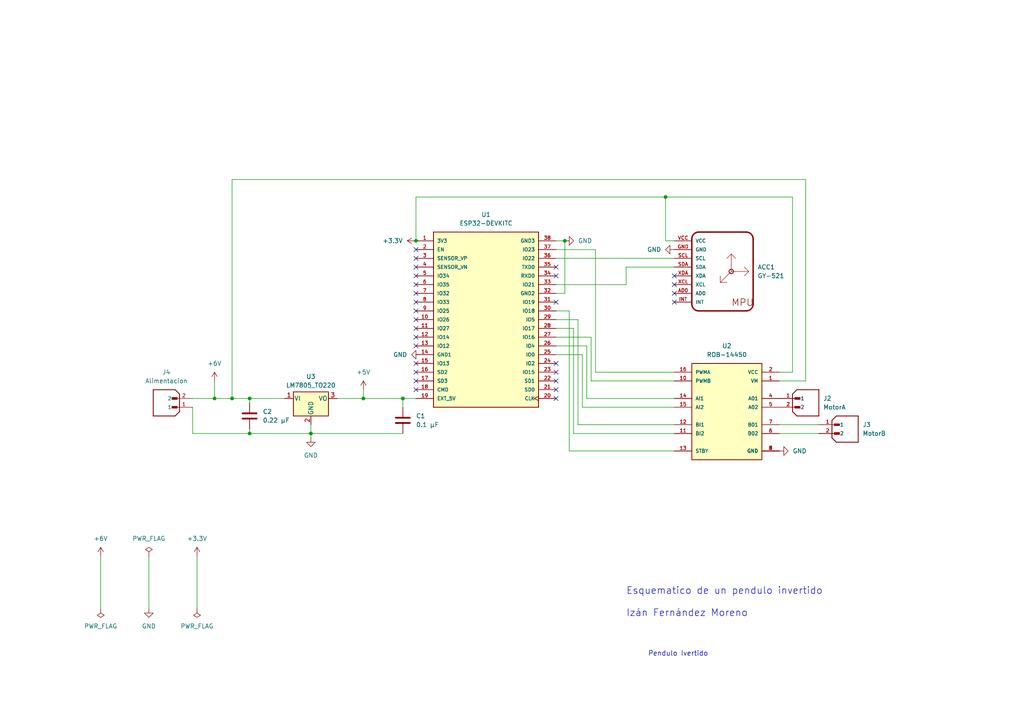
<source format=kicad_sch>
(kicad_sch (version 20230121) (generator eeschema)

  (uuid 48a2bf8b-9614-413a-914c-15e1e9fe43e8)

  (paper "A4")

  (lib_symbols
    (symbol "B2B-XH-A__LF__SN_:B2B-XH-A__LF__SN_" (pin_names (offset 1.016)) (in_bom yes) (on_board yes)
      (property "Reference" "J" (at -2.54 6.35 0)
        (effects (font (size 1.27 1.27)) (justify left bottom))
      )
      (property "Value" "B2B-XH-A__LF__SN_" (at -2.54 -5.08 0)
        (effects (font (size 1.27 1.27)) (justify left bottom))
      )
      (property "Footprint" "B2B-XH-A__LF__SN_:JST_B2B-XH-A__LF__SN_" (at 0 0 0)
        (effects (font (size 1.27 1.27)) (justify bottom) hide)
      )
      (property "Datasheet" "" (at 0 0 0)
        (effects (font (size 1.27 1.27)) hide)
      )
      (property "MF" "JST Sales" (at 0 0 0)
        (effects (font (size 1.27 1.27)) (justify bottom) hide)
      )
      (property "MAXIMUM_PACKAGE_HEIGHT" "7 mm" (at 0 0 0)
        (effects (font (size 1.27 1.27)) (justify bottom) hide)
      )
      (property "Package" "None" (at 0 0 0)
        (effects (font (size 1.27 1.27)) (justify bottom) hide)
      )
      (property "Price" "None" (at 0 0 0)
        (effects (font (size 1.27 1.27)) (justify bottom) hide)
      )
      (property "Check_prices" "https://www.snapeda.com/parts/B2B-XH-A%20(LF)(SN)/JST/view-part/?ref=eda" (at 0 0 0)
        (effects (font (size 1.27 1.27)) (justify bottom) hide)
      )
      (property "STANDARD" "Manufacturer Recommendations" (at 0 0 0)
        (effects (font (size 1.27 1.27)) (justify bottom) hide)
      )
      (property "PARTREV" "N/A" (at 0 0 0)
        (effects (font (size 1.27 1.27)) (justify bottom) hide)
      )
      (property "SnapEDA_Link" "https://www.snapeda.com/parts/B2B-XH-A%20(LF)(SN)/JST/view-part/?ref=snap" (at 0 0 0)
        (effects (font (size 1.27 1.27)) (justify bottom) hide)
      )
      (property "MP" "B2B-XH-A (LF)(SN)" (at 0 0 0)
        (effects (font (size 1.27 1.27)) (justify bottom) hide)
      )
      (property "Description" "\n                        \n                            Connector Header Through Hole 2 position 0.098 (2.50mm)\n                        \n" (at 0 0 0)
        (effects (font (size 1.27 1.27)) (justify bottom) hide)
      )
      (property "MANUFACTURER" "JST Sales America Inc." (at 0 0 0)
        (effects (font (size 1.27 1.27)) (justify bottom) hide)
      )
      (property "Availability" "In Stock" (at 0 0 0)
        (effects (font (size 1.27 1.27)) (justify bottom) hide)
      )
      (property "SNAPEDA_PN" "B2B-XH-A (LF)(SN)" (at 0 0 0)
        (effects (font (size 1.27 1.27)) (justify bottom) hide)
      )
      (symbol "B2B-XH-A__LF__SN__0_0"
        (rectangle (start -3.175 -0.3175) (end -1.5875 0.3175)
          (stroke (width 0.1) (type default))
          (fill (type outline))
        )
        (rectangle (start -3.175 2.2225) (end -1.5875 2.8575)
          (stroke (width 0.1) (type default))
          (fill (type outline))
        )
        (polyline
          (pts
            (xy -3.81 -1.27)
            (xy -2.54 -2.54)
          )
          (stroke (width 0.254) (type default))
          (fill (type none))
        )
        (polyline
          (pts
            (xy -3.81 3.81)
            (xy -3.81 -1.27)
          )
          (stroke (width 0.254) (type default))
          (fill (type none))
        )
        (polyline
          (pts
            (xy -3.81 3.81)
            (xy -2.54 5.08)
          )
          (stroke (width 0.254) (type default))
          (fill (type none))
        )
        (polyline
          (pts
            (xy -2.54 -2.54)
            (xy 3.81 -2.54)
          )
          (stroke (width 0.254) (type default))
          (fill (type none))
        )
        (polyline
          (pts
            (xy 3.81 -2.54)
            (xy 3.81 5.08)
          )
          (stroke (width 0.254) (type default))
          (fill (type none))
        )
        (polyline
          (pts
            (xy 3.81 5.08)
            (xy -2.54 5.08)
          )
          (stroke (width 0.254) (type default))
          (fill (type none))
        )
        (pin passive line (at -7.62 2.54 0) (length 5.08)
          (name "1" (effects (font (size 1.016 1.016))))
          (number "1" (effects (font (size 1.016 1.016))))
        )
        (pin passive line (at -7.62 0 0) (length 5.08)
          (name "2" (effects (font (size 1.016 1.016))))
          (number "2" (effects (font (size 1.016 1.016))))
        )
      )
    )
    (symbol "Device:C" (pin_numbers hide) (pin_names (offset 0.254)) (in_bom yes) (on_board yes)
      (property "Reference" "C" (at 0.635 2.54 0)
        (effects (font (size 1.27 1.27)) (justify left))
      )
      (property "Value" "C" (at 0.635 -2.54 0)
        (effects (font (size 1.27 1.27)) (justify left))
      )
      (property "Footprint" "" (at 0.9652 -3.81 0)
        (effects (font (size 1.27 1.27)) hide)
      )
      (property "Datasheet" "~" (at 0 0 0)
        (effects (font (size 1.27 1.27)) hide)
      )
      (property "ki_keywords" "cap capacitor" (at 0 0 0)
        (effects (font (size 1.27 1.27)) hide)
      )
      (property "ki_description" "Unpolarized capacitor" (at 0 0 0)
        (effects (font (size 1.27 1.27)) hide)
      )
      (property "ki_fp_filters" "C_*" (at 0 0 0)
        (effects (font (size 1.27 1.27)) hide)
      )
      (symbol "C_0_1"
        (polyline
          (pts
            (xy -2.032 -0.762)
            (xy 2.032 -0.762)
          )
          (stroke (width 0.508) (type default))
          (fill (type none))
        )
        (polyline
          (pts
            (xy -2.032 0.762)
            (xy 2.032 0.762)
          )
          (stroke (width 0.508) (type default))
          (fill (type none))
        )
      )
      (symbol "C_1_1"
        (pin passive line (at 0 3.81 270) (length 2.794)
          (name "~" (effects (font (size 1.27 1.27))))
          (number "1" (effects (font (size 1.27 1.27))))
        )
        (pin passive line (at 0 -3.81 90) (length 2.794)
          (name "~" (effects (font (size 1.27 1.27))))
          (number "2" (effects (font (size 1.27 1.27))))
        )
      )
    )
    (symbol "ESP32-DEVKITC:ESP32-DEVKITC" (pin_names (offset 1.016)) (in_bom yes) (on_board yes)
      (property "Reference" "U" (at -15.2572 26.0643 0)
        (effects (font (size 1.27 1.27)) (justify left bottom))
      )
      (property "Value" "ESP32-DEVKITC" (at -15.2563 -27.9698 0)
        (effects (font (size 1.27 1.27)) (justify left bottom))
      )
      (property "Footprint" "ESP32-DEVKITC:MODULE_ESP32-DEVKITC" (at 0 0 0)
        (effects (font (size 1.27 1.27)) (justify bottom) hide)
      )
      (property "Datasheet" "" (at 0 0 0)
        (effects (font (size 1.27 1.27)) hide)
      )
      (property "MF" "Espressif Systems" (at 0 0 0)
        (effects (font (size 1.27 1.27)) (justify bottom) hide)
      )
      (property "Description" "\n                        \n                            ESP32-WROOM-32UE series Transceiver; 802.11 b/g/n (Wi-Fi, WiFi, WLAN), Bluetooth ® Smart Ready 4.x Dual Mode Evaluation Board\n                        \n" (at 0 0 0)
        (effects (font (size 1.27 1.27)) (justify bottom) hide)
      )
      (property "Package" "None" (at 0 0 0)
        (effects (font (size 1.27 1.27)) (justify bottom) hide)
      )
      (property "Price" "None" (at 0 0 0)
        (effects (font (size 1.27 1.27)) (justify bottom) hide)
      )
      (property "Check_prices" "https://www.snapeda.com/parts/ESP32-DEVKITC/Espressif+Systems/view-part/?ref=eda" (at 0 0 0)
        (effects (font (size 1.27 1.27)) (justify bottom) hide)
      )
      (property "STANDARD" "Manufacturer Recommendations" (at 0 0 0)
        (effects (font (size 1.27 1.27)) (justify bottom) hide)
      )
      (property "PARTREV" "N/A" (at 0 0 0)
        (effects (font (size 1.27 1.27)) (justify bottom) hide)
      )
      (property "SnapEDA_Link" "https://www.snapeda.com/parts/ESP32-DEVKITC/Espressif+Systems/view-part/?ref=snap" (at 0 0 0)
        (effects (font (size 1.27 1.27)) (justify bottom) hide)
      )
      (property "MP" "ESP32-DEVKITC" (at 0 0 0)
        (effects (font (size 1.27 1.27)) (justify bottom) hide)
      )
      (property "Availability" "In Stock" (at 0 0 0)
        (effects (font (size 1.27 1.27)) (justify bottom) hide)
      )
      (property "MANUFACTURER" "ESPRESSIF" (at 0 0 0)
        (effects (font (size 1.27 1.27)) (justify bottom) hide)
      )
      (symbol "ESP32-DEVKITC_0_0"
        (rectangle (start -15.24 -25.4) (end 15.24 25.4)
          (stroke (width 0.254) (type default))
          (fill (type background))
        )
        (pin power_in line (at -20.32 22.86 0) (length 5.08)
          (name "3V3" (effects (font (size 1.016 1.016))))
          (number "1" (effects (font (size 1.016 1.016))))
        )
        (pin bidirectional line (at -20.32 0 0) (length 5.08)
          (name "IO26" (effects (font (size 1.016 1.016))))
          (number "10" (effects (font (size 1.016 1.016))))
        )
        (pin bidirectional line (at -20.32 -2.54 0) (length 5.08)
          (name "IO27" (effects (font (size 1.016 1.016))))
          (number "11" (effects (font (size 1.016 1.016))))
        )
        (pin bidirectional line (at -20.32 -5.08 0) (length 5.08)
          (name "IO14" (effects (font (size 1.016 1.016))))
          (number "12" (effects (font (size 1.016 1.016))))
        )
        (pin bidirectional line (at -20.32 -7.62 0) (length 5.08)
          (name "IO12" (effects (font (size 1.016 1.016))))
          (number "13" (effects (font (size 1.016 1.016))))
        )
        (pin power_in line (at -20.32 -10.16 0) (length 5.08)
          (name "GND1" (effects (font (size 1.016 1.016))))
          (number "14" (effects (font (size 1.016 1.016))))
        )
        (pin bidirectional line (at -20.32 -12.7 0) (length 5.08)
          (name "IO13" (effects (font (size 1.016 1.016))))
          (number "15" (effects (font (size 1.016 1.016))))
        )
        (pin bidirectional line (at -20.32 -15.24 0) (length 5.08)
          (name "SD2" (effects (font (size 1.016 1.016))))
          (number "16" (effects (font (size 1.016 1.016))))
        )
        (pin bidirectional line (at -20.32 -17.78 0) (length 5.08)
          (name "SD3" (effects (font (size 1.016 1.016))))
          (number "17" (effects (font (size 1.016 1.016))))
        )
        (pin bidirectional line (at -20.32 -20.32 0) (length 5.08)
          (name "CMD" (effects (font (size 1.016 1.016))))
          (number "18" (effects (font (size 1.016 1.016))))
        )
        (pin power_in line (at -20.32 -22.86 0) (length 5.08)
          (name "EXT_5V" (effects (font (size 1.016 1.016))))
          (number "19" (effects (font (size 1.016 1.016))))
        )
        (pin input line (at -20.32 20.32 0) (length 5.08)
          (name "EN" (effects (font (size 1.016 1.016))))
          (number "2" (effects (font (size 1.016 1.016))))
        )
        (pin input clock (at 20.32 -22.86 180) (length 5.08)
          (name "CLK" (effects (font (size 1.016 1.016))))
          (number "20" (effects (font (size 1.016 1.016))))
        )
        (pin bidirectional line (at 20.32 -20.32 180) (length 5.08)
          (name "SD0" (effects (font (size 1.016 1.016))))
          (number "21" (effects (font (size 1.016 1.016))))
        )
        (pin bidirectional line (at 20.32 -17.78 180) (length 5.08)
          (name "SD1" (effects (font (size 1.016 1.016))))
          (number "22" (effects (font (size 1.016 1.016))))
        )
        (pin bidirectional line (at 20.32 -15.24 180) (length 5.08)
          (name "IO15" (effects (font (size 1.016 1.016))))
          (number "23" (effects (font (size 1.016 1.016))))
        )
        (pin bidirectional line (at 20.32 -12.7 180) (length 5.08)
          (name "IO2" (effects (font (size 1.016 1.016))))
          (number "24" (effects (font (size 1.016 1.016))))
        )
        (pin bidirectional line (at 20.32 -10.16 180) (length 5.08)
          (name "IO0" (effects (font (size 1.016 1.016))))
          (number "25" (effects (font (size 1.016 1.016))))
        )
        (pin bidirectional line (at 20.32 -7.62 180) (length 5.08)
          (name "IO4" (effects (font (size 1.016 1.016))))
          (number "26" (effects (font (size 1.016 1.016))))
        )
        (pin bidirectional line (at 20.32 -5.08 180) (length 5.08)
          (name "IO16" (effects (font (size 1.016 1.016))))
          (number "27" (effects (font (size 1.016 1.016))))
        )
        (pin bidirectional line (at 20.32 -2.54 180) (length 5.08)
          (name "IO17" (effects (font (size 1.016 1.016))))
          (number "28" (effects (font (size 1.016 1.016))))
        )
        (pin bidirectional line (at 20.32 0 180) (length 5.08)
          (name "IO5" (effects (font (size 1.016 1.016))))
          (number "29" (effects (font (size 1.016 1.016))))
        )
        (pin input line (at -20.32 17.78 0) (length 5.08)
          (name "SENSOR_VP" (effects (font (size 1.016 1.016))))
          (number "3" (effects (font (size 1.016 1.016))))
        )
        (pin bidirectional line (at 20.32 2.54 180) (length 5.08)
          (name "IO18" (effects (font (size 1.016 1.016))))
          (number "30" (effects (font (size 1.016 1.016))))
        )
        (pin bidirectional line (at 20.32 5.08 180) (length 5.08)
          (name "IO19" (effects (font (size 1.016 1.016))))
          (number "31" (effects (font (size 1.016 1.016))))
        )
        (pin power_in line (at 20.32 7.62 180) (length 5.08)
          (name "GND2" (effects (font (size 1.016 1.016))))
          (number "32" (effects (font (size 1.016 1.016))))
        )
        (pin bidirectional line (at 20.32 10.16 180) (length 5.08)
          (name "IO21" (effects (font (size 1.016 1.016))))
          (number "33" (effects (font (size 1.016 1.016))))
        )
        (pin input line (at 20.32 12.7 180) (length 5.08)
          (name "RXD0" (effects (font (size 1.016 1.016))))
          (number "34" (effects (font (size 1.016 1.016))))
        )
        (pin output line (at 20.32 15.24 180) (length 5.08)
          (name "TXD0" (effects (font (size 1.016 1.016))))
          (number "35" (effects (font (size 1.016 1.016))))
        )
        (pin bidirectional line (at 20.32 17.78 180) (length 5.08)
          (name "IO22" (effects (font (size 1.016 1.016))))
          (number "36" (effects (font (size 1.016 1.016))))
        )
        (pin bidirectional line (at 20.32 20.32 180) (length 5.08)
          (name "IO23" (effects (font (size 1.016 1.016))))
          (number "37" (effects (font (size 1.016 1.016))))
        )
        (pin power_in line (at 20.32 22.86 180) (length 5.08)
          (name "GND3" (effects (font (size 1.016 1.016))))
          (number "38" (effects (font (size 1.016 1.016))))
        )
        (pin input line (at -20.32 15.24 0) (length 5.08)
          (name "SENSOR_VN" (effects (font (size 1.016 1.016))))
          (number "4" (effects (font (size 1.016 1.016))))
        )
        (pin bidirectional line (at -20.32 12.7 0) (length 5.08)
          (name "IO34" (effects (font (size 1.016 1.016))))
          (number "5" (effects (font (size 1.016 1.016))))
        )
        (pin bidirectional line (at -20.32 10.16 0) (length 5.08)
          (name "IO35" (effects (font (size 1.016 1.016))))
          (number "6" (effects (font (size 1.016 1.016))))
        )
        (pin bidirectional line (at -20.32 7.62 0) (length 5.08)
          (name "IO32" (effects (font (size 1.016 1.016))))
          (number "7" (effects (font (size 1.016 1.016))))
        )
        (pin bidirectional line (at -20.32 5.08 0) (length 5.08)
          (name "IO33" (effects (font (size 1.016 1.016))))
          (number "8" (effects (font (size 1.016 1.016))))
        )
        (pin bidirectional line (at -20.32 2.54 0) (length 5.08)
          (name "IO25" (effects (font (size 1.016 1.016))))
          (number "9" (effects (font (size 1.016 1.016))))
        )
      )
    )
    (symbol "GY-521:GY-521" (pin_names (offset 1.016)) (in_bom yes) (on_board yes)
      (property "Reference" "ACC" (at -9.652 11.938 0)
        (effects (font (size 1.27 1.27)) (justify left bottom))
      )
      (property "Value" "GY-521" (at 4.572 -11.938 0)
        (effects (font (size 1.27 1.27)) (justify right top))
      )
      (property "Footprint" "" (at 0 0 0)
        (effects (font (size 1.27 1.27)) hide)
      )
      (property "Datasheet" "" (at 0 0 0)
        (effects (font (size 1.27 1.27)) hide)
      )
      (property "MF" "GODREAM FORDREAM CO., LIMITED" (at 0 0 0)
        (effects (font (size 1.27 1.27)) (justify bottom) hide)
      )
      (property "Description" "\n                        \n                            Triple Axis Accelerometer Gyro Breakout\n                        \n" (at 0 0 0)
        (effects (font (size 1.27 1.27)) (justify bottom) hide)
      )
      (property "Package" "Package" (at 0 0 0)
        (effects (font (size 1.27 1.27)) (justify bottom) hide)
      )
      (property "Price" "None" (at 0 0 0)
        (effects (font (size 1.27 1.27)) (justify bottom) hide)
      )
      (property "SnapEDA_Link" "https://www.snapeda.com/parts/GY-521/GODREAM+FORDREAM+CO.%252C+LIMITED/view-part/?ref=snap" (at 0 0 0)
        (effects (font (size 1.27 1.27)) (justify bottom) hide)
      )
      (property "MP" "GY-521" (at 0 0 0)
        (effects (font (size 1.27 1.27)) (justify bottom) hide)
      )
      (property "Availability" "Not in stock" (at 0 0 0)
        (effects (font (size 1.27 1.27)) (justify bottom) hide)
      )
      (property "Check_prices" "https://www.snapeda.com/parts/GY-521/GODREAM+FORDREAM+CO.%252C+LIMITED/view-part/?ref=eda" (at 0 0 0)
        (effects (font (size 1.27 1.27)) (justify bottom) hide)
      )
      (symbol "GY-521_0_0"
        (arc (start -11.43 -9.43) (mid -10.8442 -10.8442) (end -9.43 -11.43)
          (stroke (width 0.4064) (type default))
          (fill (type none))
        )
        (arc (start -9.43 11.43) (mid -10.8442 10.8442) (end -11.43 9.43)
          (stroke (width 0.4064) (type default))
          (fill (type none))
        )
        (polyline
          (pts
            (xy -11.43 -9.43)
            (xy -11.43 9.43)
          )
          (stroke (width 0.4064) (type default))
          (fill (type none))
        )
        (polyline
          (pts
            (xy -9.43 11.43)
            (xy 4.35 11.43)
          )
          (stroke (width 0.4064) (type default))
          (fill (type none))
        )
        (polyline
          (pts
            (xy -3.175 -3.175)
            (xy -3.175 -1.27)
          )
          (stroke (width 0.127) (type default))
          (fill (type none))
        )
        (polyline
          (pts
            (xy -3.175 -3.175)
            (xy -1.27 -3.175)
          )
          (stroke (width 0.127) (type default))
          (fill (type none))
        )
        (polyline
          (pts
            (xy 0 0)
            (xy -3.175 -3.175)
          )
          (stroke (width 0.127) (type default))
          (fill (type none))
        )
        (polyline
          (pts
            (xy 0 0)
            (xy 0 5.08)
          )
          (stroke (width 0.127) (type default))
          (fill (type none))
        )
        (polyline
          (pts
            (xy 0 0)
            (xy 5.08 0)
          )
          (stroke (width 0.127) (type default))
          (fill (type none))
        )
        (polyline
          (pts
            (xy 0 5.08)
            (xy -1.27 3.81)
          )
          (stroke (width 0.127) (type default))
          (fill (type none))
        )
        (polyline
          (pts
            (xy 1.27 3.81)
            (xy 0 5.08)
          )
          (stroke (width 0.127) (type default))
          (fill (type none))
        )
        (polyline
          (pts
            (xy 3.81 1.27)
            (xy 5.08 0)
          )
          (stroke (width 0.127) (type default))
          (fill (type none))
        )
        (polyline
          (pts
            (xy 4.35 -11.43)
            (xy -9.43 -11.43)
          )
          (stroke (width 0.4064) (type default))
          (fill (type none))
        )
        (polyline
          (pts
            (xy 5.08 0)
            (xy 3.81 -1.27)
          )
          (stroke (width 0.127) (type default))
          (fill (type none))
        )
        (polyline
          (pts
            (xy 6.35 9.43)
            (xy 6.35 -9.43)
          )
          (stroke (width 0.4064) (type default))
          (fill (type none))
        )
        (circle (center 0 0) (radius 0.635)
          (stroke (width 0.254) (type default))
          (fill (type none))
        )
        (arc (start 4.35 -11.43) (mid 5.7642 -10.8442) (end 6.35 -9.43)
          (stroke (width 0.4064) (type default))
          (fill (type none))
        )
        (arc (start 6.35 9.43) (mid 5.7642 10.8442) (end 4.35 11.43)
          (stroke (width 0.4064) (type default))
          (fill (type none))
        )
        (text "MPU" (at 0 -10.16 0)
          (effects (font (size 2 2)) (justify left bottom))
        )
        (pin bidirectional line (at -16.51 -6.35 0) (length 5.08)
          (name "AD0" (effects (font (size 1.016 1.016))))
          (number "AD0" (effects (font (size 1.016 1.016))))
        )
        (pin power_in line (at -16.51 6.35 0) (length 5.08)
          (name "GND" (effects (font (size 1.016 1.016))))
          (number "GND" (effects (font (size 1.016 1.016))))
        )
        (pin bidirectional line (at -16.51 -8.89 0) (length 5.08)
          (name "INT" (effects (font (size 1.016 1.016))))
          (number "INT" (effects (font (size 1.016 1.016))))
        )
        (pin bidirectional line (at -16.51 3.81 0) (length 5.08)
          (name "SCL" (effects (font (size 1.016 1.016))))
          (number "SCL" (effects (font (size 1.016 1.016))))
        )
        (pin bidirectional line (at -16.51 1.27 0) (length 5.08)
          (name "SDA" (effects (font (size 1.016 1.016))))
          (number "SDA" (effects (font (size 1.016 1.016))))
        )
        (pin power_in line (at -16.51 8.89 0) (length 5.08)
          (name "VCC" (effects (font (size 1.016 1.016))))
          (number "VCC" (effects (font (size 1.016 1.016))))
        )
        (pin bidirectional line (at -16.51 -3.81 0) (length 5.08)
          (name "XCL" (effects (font (size 1.016 1.016))))
          (number "XCL" (effects (font (size 1.016 1.016))))
        )
        (pin bidirectional line (at -16.51 -1.27 0) (length 5.08)
          (name "XDA" (effects (font (size 1.016 1.016))))
          (number "XDA" (effects (font (size 1.016 1.016))))
        )
      )
    )
    (symbol "ROB-14450:ROB-14450" (pin_names (offset 1.016)) (in_bom yes) (on_board yes)
      (property "Reference" "U" (at -10.16 16.002 0)
        (effects (font (size 1.27 1.27)) (justify left bottom))
      )
      (property "Value" "ROB-14450" (at -10.16 -15.24 0)
        (effects (font (size 1.27 1.27)) (justify left bottom))
      )
      (property "Footprint" "ROB-14450:MODULE_ROB-14450" (at 0 0 0)
        (effects (font (size 1.27 1.27)) (justify bottom) hide)
      )
      (property "Datasheet" "" (at 0 0 0)
        (effects (font (size 1.27 1.27)) hide)
      )
      (property "MF" "SparkFun Electronics" (at 0 0 0)
        (effects (font (size 1.27 1.27)) (justify bottom) hide)
      )
      (property "Description" "\n                        \n                            TB6612FNG - Motor Controller/Driver Power Management Evaluation Board\n                        \n" (at 0 0 0)
        (effects (font (size 1.27 1.27)) (justify bottom) hide)
      )
      (property "Package" "None" (at 0 0 0)
        (effects (font (size 1.27 1.27)) (justify bottom) hide)
      )
      (property "Price" "None" (at 0 0 0)
        (effects (font (size 1.27 1.27)) (justify bottom) hide)
      )
      (property "Check_prices" "https://www.snapeda.com/parts/ROB-14450/SparkFun/view-part/?ref=eda" (at 0 0 0)
        (effects (font (size 1.27 1.27)) (justify bottom) hide)
      )
      (property "STANDARD" "Manufacturer Recommendation" (at 0 0 0)
        (effects (font (size 1.27 1.27)) (justify bottom) hide)
      )
      (property "PARTREV" "11-13-17" (at 0 0 0)
        (effects (font (size 1.27 1.27)) (justify bottom) hide)
      )
      (property "SnapEDA_Link" "https://www.snapeda.com/parts/ROB-14450/SparkFun/view-part/?ref=snap" (at 0 0 0)
        (effects (font (size 1.27 1.27)) (justify bottom) hide)
      )
      (property "MP" "ROB-14450" (at 0 0 0)
        (effects (font (size 1.27 1.27)) (justify bottom) hide)
      )
      (property "Availability" "In Stock" (at 0 0 0)
        (effects (font (size 1.27 1.27)) (justify bottom) hide)
      )
      (property "MANUFACTURER" "Sparkfun Electronics" (at 0 0 0)
        (effects (font (size 1.27 1.27)) (justify bottom) hide)
      )
      (symbol "ROB-14450_0_0"
        (rectangle (start -10.16 -12.7) (end 10.16 15.24)
          (stroke (width 0.254) (type default))
          (fill (type background))
        )
        (pin power_in line (at 15.24 10.16 180) (length 5.08)
          (name "VM" (effects (font (size 1.016 1.016))))
          (number "1" (effects (font (size 1.016 1.016))))
        )
        (pin input line (at -15.24 10.16 0) (length 5.08)
          (name "PWMB" (effects (font (size 1.016 1.016))))
          (number "10" (effects (font (size 1.016 1.016))))
        )
        (pin input line (at -15.24 -5.08 0) (length 5.08)
          (name "BI2" (effects (font (size 1.016 1.016))))
          (number "11" (effects (font (size 1.016 1.016))))
        )
        (pin input line (at -15.24 -2.54 0) (length 5.08)
          (name "BI1" (effects (font (size 1.016 1.016))))
          (number "12" (effects (font (size 1.016 1.016))))
        )
        (pin input line (at -15.24 -10.16 0) (length 5.08)
          (name "STBY" (effects (font (size 1.016 1.016))))
          (number "13" (effects (font (size 1.016 1.016))))
        )
        (pin input line (at -15.24 5.08 0) (length 5.08)
          (name "AI1" (effects (font (size 1.016 1.016))))
          (number "14" (effects (font (size 1.016 1.016))))
        )
        (pin input line (at -15.24 2.54 0) (length 5.08)
          (name "AI2" (effects (font (size 1.016 1.016))))
          (number "15" (effects (font (size 1.016 1.016))))
        )
        (pin input line (at -15.24 12.7 0) (length 5.08)
          (name "PWMA" (effects (font (size 1.016 1.016))))
          (number "16" (effects (font (size 1.016 1.016))))
        )
        (pin power_in line (at 15.24 12.7 180) (length 5.08)
          (name "VCC" (effects (font (size 1.016 1.016))))
          (number "2" (effects (font (size 1.016 1.016))))
        )
        (pin power_in line (at 15.24 -10.16 180) (length 5.08)
          (name "GND" (effects (font (size 1.016 1.016))))
          (number "3" (effects (font (size 1.016 1.016))))
        )
        (pin output line (at 15.24 5.08 180) (length 5.08)
          (name "A01" (effects (font (size 1.016 1.016))))
          (number "4" (effects (font (size 1.016 1.016))))
        )
        (pin output line (at 15.24 2.54 180) (length 5.08)
          (name "A02" (effects (font (size 1.016 1.016))))
          (number "5" (effects (font (size 1.016 1.016))))
        )
        (pin output line (at 15.24 -5.08 180) (length 5.08)
          (name "B02" (effects (font (size 1.016 1.016))))
          (number "6" (effects (font (size 1.016 1.016))))
        )
        (pin output line (at 15.24 -2.54 180) (length 5.08)
          (name "B01" (effects (font (size 1.016 1.016))))
          (number "7" (effects (font (size 1.016 1.016))))
        )
        (pin power_in line (at 15.24 -10.16 180) (length 5.08)
          (name "GND" (effects (font (size 1.016 1.016))))
          (number "8" (effects (font (size 1.016 1.016))))
        )
        (pin power_in line (at 15.24 -10.16 180) (length 5.08)
          (name "GND" (effects (font (size 1.016 1.016))))
          (number "9" (effects (font (size 1.016 1.016))))
        )
      )
    )
    (symbol "Regulator_Linear:LM7805_TO220" (pin_names (offset 0.254)) (in_bom yes) (on_board yes)
      (property "Reference" "U" (at -3.81 3.175 0)
        (effects (font (size 1.27 1.27)))
      )
      (property "Value" "LM7805_TO220" (at 0 3.175 0)
        (effects (font (size 1.27 1.27)) (justify left))
      )
      (property "Footprint" "Package_TO_SOT_THT:TO-220-3_Vertical" (at 0 5.715 0)
        (effects (font (size 1.27 1.27) italic) hide)
      )
      (property "Datasheet" "https://www.onsemi.cn/PowerSolutions/document/MC7800-D.PDF" (at 0 -1.27 0)
        (effects (font (size 1.27 1.27)) hide)
      )
      (property "ki_keywords" "Voltage Regulator 1A Positive" (at 0 0 0)
        (effects (font (size 1.27 1.27)) hide)
      )
      (property "ki_description" "Positive 1A 35V Linear Regulator, Fixed Output 5V, TO-220" (at 0 0 0)
        (effects (font (size 1.27 1.27)) hide)
      )
      (property "ki_fp_filters" "TO?220*" (at 0 0 0)
        (effects (font (size 1.27 1.27)) hide)
      )
      (symbol "LM7805_TO220_0_1"
        (rectangle (start -5.08 1.905) (end 5.08 -5.08)
          (stroke (width 0.254) (type default))
          (fill (type background))
        )
      )
      (symbol "LM7805_TO220_1_1"
        (pin power_in line (at -7.62 0 0) (length 2.54)
          (name "VI" (effects (font (size 1.27 1.27))))
          (number "1" (effects (font (size 1.27 1.27))))
        )
        (pin power_in line (at 0 -7.62 90) (length 2.54)
          (name "GND" (effects (font (size 1.27 1.27))))
          (number "2" (effects (font (size 1.27 1.27))))
        )
        (pin power_out line (at 7.62 0 180) (length 2.54)
          (name "VO" (effects (font (size 1.27 1.27))))
          (number "3" (effects (font (size 1.27 1.27))))
        )
      )
    )
    (symbol "power:+3.3V" (power) (pin_names (offset 0)) (in_bom yes) (on_board yes)
      (property "Reference" "#PWR" (at 0 -3.81 0)
        (effects (font (size 1.27 1.27)) hide)
      )
      (property "Value" "+3.3V" (at 0 3.556 0)
        (effects (font (size 1.27 1.27)))
      )
      (property "Footprint" "" (at 0 0 0)
        (effects (font (size 1.27 1.27)) hide)
      )
      (property "Datasheet" "" (at 0 0 0)
        (effects (font (size 1.27 1.27)) hide)
      )
      (property "ki_keywords" "global power" (at 0 0 0)
        (effects (font (size 1.27 1.27)) hide)
      )
      (property "ki_description" "Power symbol creates a global label with name \"+3.3V\"" (at 0 0 0)
        (effects (font (size 1.27 1.27)) hide)
      )
      (symbol "+3.3V_0_1"
        (polyline
          (pts
            (xy -0.762 1.27)
            (xy 0 2.54)
          )
          (stroke (width 0) (type default))
          (fill (type none))
        )
        (polyline
          (pts
            (xy 0 0)
            (xy 0 2.54)
          )
          (stroke (width 0) (type default))
          (fill (type none))
        )
        (polyline
          (pts
            (xy 0 2.54)
            (xy 0.762 1.27)
          )
          (stroke (width 0) (type default))
          (fill (type none))
        )
      )
      (symbol "+3.3V_1_1"
        (pin power_in line (at 0 0 90) (length 0) hide
          (name "+3.3V" (effects (font (size 1.27 1.27))))
          (number "1" (effects (font (size 1.27 1.27))))
        )
      )
    )
    (symbol "power:+5V" (power) (pin_names (offset 0)) (in_bom yes) (on_board yes)
      (property "Reference" "#PWR" (at 0 -3.81 0)
        (effects (font (size 1.27 1.27)) hide)
      )
      (property "Value" "+5V" (at 0 3.556 0)
        (effects (font (size 1.27 1.27)))
      )
      (property "Footprint" "" (at 0 0 0)
        (effects (font (size 1.27 1.27)) hide)
      )
      (property "Datasheet" "" (at 0 0 0)
        (effects (font (size 1.27 1.27)) hide)
      )
      (property "ki_keywords" "global power" (at 0 0 0)
        (effects (font (size 1.27 1.27)) hide)
      )
      (property "ki_description" "Power symbol creates a global label with name \"+5V\"" (at 0 0 0)
        (effects (font (size 1.27 1.27)) hide)
      )
      (symbol "+5V_0_1"
        (polyline
          (pts
            (xy -0.762 1.27)
            (xy 0 2.54)
          )
          (stroke (width 0) (type default))
          (fill (type none))
        )
        (polyline
          (pts
            (xy 0 0)
            (xy 0 2.54)
          )
          (stroke (width 0) (type default))
          (fill (type none))
        )
        (polyline
          (pts
            (xy 0 2.54)
            (xy 0.762 1.27)
          )
          (stroke (width 0) (type default))
          (fill (type none))
        )
      )
      (symbol "+5V_1_1"
        (pin power_in line (at 0 0 90) (length 0) hide
          (name "+5V" (effects (font (size 1.27 1.27))))
          (number "1" (effects (font (size 1.27 1.27))))
        )
      )
    )
    (symbol "power:+6V" (power) (pin_names (offset 0)) (in_bom yes) (on_board yes)
      (property "Reference" "#PWR" (at 0 -3.81 0)
        (effects (font (size 1.27 1.27)) hide)
      )
      (property "Value" "+6V" (at 0 3.556 0)
        (effects (font (size 1.27 1.27)))
      )
      (property "Footprint" "" (at 0 0 0)
        (effects (font (size 1.27 1.27)) hide)
      )
      (property "Datasheet" "" (at 0 0 0)
        (effects (font (size 1.27 1.27)) hide)
      )
      (property "ki_keywords" "global power" (at 0 0 0)
        (effects (font (size 1.27 1.27)) hide)
      )
      (property "ki_description" "Power symbol creates a global label with name \"+6V\"" (at 0 0 0)
        (effects (font (size 1.27 1.27)) hide)
      )
      (symbol "+6V_0_1"
        (polyline
          (pts
            (xy -0.762 1.27)
            (xy 0 2.54)
          )
          (stroke (width 0) (type default))
          (fill (type none))
        )
        (polyline
          (pts
            (xy 0 0)
            (xy 0 2.54)
          )
          (stroke (width 0) (type default))
          (fill (type none))
        )
        (polyline
          (pts
            (xy 0 2.54)
            (xy 0.762 1.27)
          )
          (stroke (width 0) (type default))
          (fill (type none))
        )
      )
      (symbol "+6V_1_1"
        (pin power_in line (at 0 0 90) (length 0) hide
          (name "+6V" (effects (font (size 1.27 1.27))))
          (number "1" (effects (font (size 1.27 1.27))))
        )
      )
    )
    (symbol "power:GND" (power) (pin_names (offset 0)) (in_bom yes) (on_board yes)
      (property "Reference" "#PWR" (at 0 -6.35 0)
        (effects (font (size 1.27 1.27)) hide)
      )
      (property "Value" "GND" (at 0 -3.81 0)
        (effects (font (size 1.27 1.27)))
      )
      (property "Footprint" "" (at 0 0 0)
        (effects (font (size 1.27 1.27)) hide)
      )
      (property "Datasheet" "" (at 0 0 0)
        (effects (font (size 1.27 1.27)) hide)
      )
      (property "ki_keywords" "global power" (at 0 0 0)
        (effects (font (size 1.27 1.27)) hide)
      )
      (property "ki_description" "Power symbol creates a global label with name \"GND\" , ground" (at 0 0 0)
        (effects (font (size 1.27 1.27)) hide)
      )
      (symbol "GND_0_1"
        (polyline
          (pts
            (xy 0 0)
            (xy 0 -1.27)
            (xy 1.27 -1.27)
            (xy 0 -2.54)
            (xy -1.27 -1.27)
            (xy 0 -1.27)
          )
          (stroke (width 0) (type default))
          (fill (type none))
        )
      )
      (symbol "GND_1_1"
        (pin power_in line (at 0 0 270) (length 0) hide
          (name "GND" (effects (font (size 1.27 1.27))))
          (number "1" (effects (font (size 1.27 1.27))))
        )
      )
    )
    (symbol "power:PWR_FLAG" (power) (pin_numbers hide) (pin_names (offset 0) hide) (in_bom yes) (on_board yes)
      (property "Reference" "#FLG" (at 0 1.905 0)
        (effects (font (size 1.27 1.27)) hide)
      )
      (property "Value" "PWR_FLAG" (at 0 3.81 0)
        (effects (font (size 1.27 1.27)))
      )
      (property "Footprint" "" (at 0 0 0)
        (effects (font (size 1.27 1.27)) hide)
      )
      (property "Datasheet" "~" (at 0 0 0)
        (effects (font (size 1.27 1.27)) hide)
      )
      (property "ki_keywords" "flag power" (at 0 0 0)
        (effects (font (size 1.27 1.27)) hide)
      )
      (property "ki_description" "Special symbol for telling ERC where power comes from" (at 0 0 0)
        (effects (font (size 1.27 1.27)) hide)
      )
      (symbol "PWR_FLAG_0_0"
        (pin power_out line (at 0 0 90) (length 0)
          (name "pwr" (effects (font (size 1.27 1.27))))
          (number "1" (effects (font (size 1.27 1.27))))
        )
      )
      (symbol "PWR_FLAG_0_1"
        (polyline
          (pts
            (xy 0 0)
            (xy 0 1.27)
            (xy -1.016 1.905)
            (xy 0 2.54)
            (xy 1.016 1.905)
            (xy 0 1.27)
          )
          (stroke (width 0) (type default))
          (fill (type none))
        )
      )
    )
  )

  (junction (at 120.65 69.85) (diameter 0) (color 0 0 0 0)
    (uuid 07d208ff-10d4-49da-82fc-c5aedd4df857)
  )
  (junction (at 67.31 115.57) (diameter 0) (color 0 0 0 0)
    (uuid 470c0d01-f00b-4646-a509-be65a62d1646)
  )
  (junction (at 116.84 115.57) (diameter 0) (color 0 0 0 0)
    (uuid 48ea0c5b-9d22-4e03-86a0-c3a37f79c922)
  )
  (junction (at 163.83 69.85) (diameter 0) (color 0 0 0 0)
    (uuid 6cdfee88-0f8c-49cb-8260-89d9a3e8e565)
  )
  (junction (at 72.39 125.73) (diameter 0) (color 0 0 0 0)
    (uuid 81ea1277-92c4-412e-a88e-8816fa4cf4e0)
  )
  (junction (at 62.23 115.57) (diameter 0) (color 0 0 0 0)
    (uuid 8ec2dec2-e36b-459e-9670-d1d424f4f164)
  )
  (junction (at 72.39 115.57) (diameter 0) (color 0 0 0 0)
    (uuid 8fd596fd-87e6-48ad-97f8-8c88950cf0a4)
  )
  (junction (at 105.41 115.57) (diameter 0) (color 0 0 0 0)
    (uuid 9936c094-c823-4512-bda2-d7a9ed39c38d)
  )
  (junction (at 193.04 57.15) (diameter 0) (color 0 0 0 0)
    (uuid eea7214b-f3f1-42a3-99f6-0abbd3605399)
  )
  (junction (at 90.17 125.73) (diameter 0) (color 0 0 0 0)
    (uuid f5d99b88-7361-4e13-afc9-e8f9235f0304)
  )

  (no_connect (at 195.58 85.09) (uuid 22383da8-98f2-4e4d-9deb-9114d1f15777))
  (no_connect (at 120.65 110.49) (uuid 2a1b028a-869e-4591-b605-26252d8a8df6))
  (no_connect (at 120.65 72.39) (uuid 2accce4a-317d-4384-9456-60353d816787))
  (no_connect (at 195.58 87.63) (uuid 2e5daed8-f36a-4eb2-9c46-a07b3eb4b66b))
  (no_connect (at 161.29 105.41) (uuid 2ec580ba-8bb8-4038-9851-ca0c441c7753))
  (no_connect (at 120.65 97.79) (uuid 426eae40-de0c-4bbb-89f4-da7bff6367ef))
  (no_connect (at 120.65 105.41) (uuid 438b2f6f-6851-4c7e-b8fc-05e311b2db97))
  (no_connect (at 120.65 92.71) (uuid 4771428c-4be7-449d-bd83-97a7071a20f2))
  (no_connect (at 120.65 82.55) (uuid 4a7a9cae-0f1a-4977-ba70-35c8d1cc0211))
  (no_connect (at 120.65 80.01) (uuid 636315dc-9ac5-4468-8f84-be8c96e2141f))
  (no_connect (at 120.65 95.25) (uuid 74c0ba72-29dc-4c6f-bddf-fd4f18b73184))
  (no_connect (at 120.65 85.09) (uuid 74d6e8dd-99f1-48b4-a16a-f425486dd5eb))
  (no_connect (at 120.65 107.95) (uuid 7f2cc1c2-210f-4588-9a52-203199e2c35c))
  (no_connect (at 161.29 113.03) (uuid 82f36811-35a3-4837-995a-71b0d1e0f674))
  (no_connect (at 120.65 77.47) (uuid 91ee3188-7046-4521-96ba-217799264aaf))
  (no_connect (at 120.65 100.33) (uuid 925fbc70-cd77-4059-9da2-c10739f2c9d9))
  (no_connect (at 161.29 77.47) (uuid 9f65185a-e56b-4c4b-8e45-72e5f2bc77f9))
  (no_connect (at 120.65 113.03) (uuid a38f9474-101f-4365-a07f-999f66bf2e88))
  (no_connect (at 195.58 82.55) (uuid b4a4fcc4-01b7-44a5-9bdb-5df90c7f4280))
  (no_connect (at 161.29 115.57) (uuid bdd53cd9-1c89-48aa-9145-9151e5bbe4ca))
  (no_connect (at 120.65 90.17) (uuid c30ed6af-a7e9-4b9c-a5a8-e0c6bf11f048))
  (no_connect (at 161.29 107.95) (uuid d2eb6d49-b33b-47bf-97a4-4330af151e60))
  (no_connect (at 161.29 110.49) (uuid e1bf6dfb-733e-483b-93e6-b4dc749c2c68))
  (no_connect (at 161.29 80.01) (uuid e77fdbb1-cdc6-4192-af0b-51b7b9ca3029))
  (no_connect (at 120.65 87.63) (uuid eadd27e6-0bcd-40c3-962b-1d839eb57491))
  (no_connect (at 161.29 87.63) (uuid ecb457cf-feb5-4e56-8272-e9547fe0a499))
  (no_connect (at 195.58 80.01) (uuid f5bd470b-827b-4b0f-8a6d-e734c7859979))
  (no_connect (at 120.65 74.93) (uuid f8966b4d-25da-4ec8-919d-675e6c9edc7c))

  (wire (pts (xy 193.04 57.15) (xy 193.04 69.85))
    (stroke (width 0) (type default))
    (uuid 06eac844-36e6-471c-9c9d-8ddd70112afa)
  )
  (wire (pts (xy 171.45 110.49) (xy 195.58 110.49))
    (stroke (width 0) (type default))
    (uuid 08ac9c33-29bf-42a9-ab25-529d3dc2902d)
  )
  (wire (pts (xy 72.39 115.57) (xy 72.39 116.84))
    (stroke (width 0) (type default))
    (uuid 0c61160d-477c-40eb-8832-2b86255216de)
  )
  (wire (pts (xy 90.17 125.73) (xy 90.17 123.19))
    (stroke (width 0) (type default))
    (uuid 0de85e78-bdc4-4953-b576-b4907901090a)
  )
  (wire (pts (xy 229.87 107.95) (xy 226.06 107.95))
    (stroke (width 0) (type default))
    (uuid 0edad430-f1b0-44b4-9631-db5da32f16df)
  )
  (wire (pts (xy 163.83 85.09) (xy 163.83 69.85))
    (stroke (width 0) (type default))
    (uuid 0fb61402-06a4-4926-86d4-4545e9020f86)
  )
  (wire (pts (xy 167.64 92.71) (xy 167.64 123.19))
    (stroke (width 0) (type default))
    (uuid 11435faf-b582-41ab-9ce9-70daa902aa41)
  )
  (wire (pts (xy 120.65 57.15) (xy 193.04 57.15))
    (stroke (width 0) (type default))
    (uuid 19a266c8-9509-4699-8a5e-a21d4f9b2142)
  )
  (wire (pts (xy 116.84 115.57) (xy 120.65 115.57))
    (stroke (width 0) (type default))
    (uuid 1a51760f-564b-4123-a110-e6b72c530d79)
  )
  (wire (pts (xy 229.87 107.95) (xy 229.87 57.15))
    (stroke (width 0) (type default))
    (uuid 1eced3d7-92f7-4a9b-80ac-12a0eebe7393)
  )
  (wire (pts (xy 161.29 74.93) (xy 195.58 74.93))
    (stroke (width 0) (type default))
    (uuid 1f27ff3a-ce13-4083-b2fd-8e378edfc7c8)
  )
  (wire (pts (xy 195.58 77.47) (xy 181.61 77.47))
    (stroke (width 0) (type default))
    (uuid 1f337cff-2c61-4346-8cb8-1838677eb4ca)
  )
  (wire (pts (xy 170.18 115.57) (xy 170.18 100.33))
    (stroke (width 0) (type default))
    (uuid 21e1d1d4-c8fd-4fdb-ac0b-ac99de416443)
  )
  (wire (pts (xy 165.1 130.81) (xy 195.58 130.81))
    (stroke (width 0) (type default))
    (uuid 21f868fb-184d-409f-bea8-288b166f8e24)
  )
  (wire (pts (xy 168.91 102.87) (xy 161.29 102.87))
    (stroke (width 0) (type default))
    (uuid 25192f2f-8a48-4d17-a785-a5b2804f07b7)
  )
  (wire (pts (xy 226.06 110.49) (xy 233.68 110.49))
    (stroke (width 0) (type default))
    (uuid 256f7947-da04-4f77-ba8e-229821e1096a)
  )
  (wire (pts (xy 67.31 52.07) (xy 67.31 115.57))
    (stroke (width 0) (type default))
    (uuid 2866d76e-38c7-4cd4-8b0c-f7c3b2f6a855)
  )
  (wire (pts (xy 181.61 82.55) (xy 161.29 82.55))
    (stroke (width 0) (type default))
    (uuid 2ee5d53b-399f-4ecb-9afe-b23169fb2182)
  )
  (wire (pts (xy 62.23 110.49) (xy 62.23 115.57))
    (stroke (width 0) (type default))
    (uuid 2ff1c0e0-a947-493c-b40d-174e995a62ac)
  )
  (wire (pts (xy 97.79 115.57) (xy 105.41 115.57))
    (stroke (width 0) (type default))
    (uuid 30a270b2-2384-4dd7-9b60-5b14831f05e7)
  )
  (wire (pts (xy 29.21 161.29) (xy 29.21 176.53))
    (stroke (width 0) (type default))
    (uuid 30c253da-798e-4014-9855-06ab42950a3b)
  )
  (wire (pts (xy 90.17 127) (xy 90.17 125.73))
    (stroke (width 0) (type default))
    (uuid 38a38158-792f-49c7-b34a-91a4d8346f8b)
  )
  (wire (pts (xy 72.39 115.57) (xy 82.55 115.57))
    (stroke (width 0) (type default))
    (uuid 422584bd-befe-4d49-b73a-eb5344cdef2b)
  )
  (wire (pts (xy 171.45 97.79) (xy 171.45 110.49))
    (stroke (width 0) (type default))
    (uuid 426bbe12-9478-4ba9-a141-6516d0495fe1)
  )
  (wire (pts (xy 229.87 57.15) (xy 193.04 57.15))
    (stroke (width 0) (type default))
    (uuid 4a4fdcc2-23d4-4f5a-baab-9d0b43cc2309)
  )
  (wire (pts (xy 105.41 115.57) (xy 116.84 115.57))
    (stroke (width 0) (type default))
    (uuid 4b366e72-8f27-4c4b-a752-b3f6bbd485d2)
  )
  (wire (pts (xy 62.23 115.57) (xy 67.31 115.57))
    (stroke (width 0) (type default))
    (uuid 4c675fb6-6513-4c7b-937f-0bd195c0bfec)
  )
  (wire (pts (xy 67.31 115.57) (xy 72.39 115.57))
    (stroke (width 0) (type default))
    (uuid 4c7b5a54-8a59-4026-82fd-35d11021e03c)
  )
  (wire (pts (xy 90.17 125.73) (xy 116.84 125.73))
    (stroke (width 0) (type default))
    (uuid 5210648b-4db4-4d9d-b8e3-61966f48e114)
  )
  (wire (pts (xy 172.72 72.39) (xy 172.72 107.95))
    (stroke (width 0) (type default))
    (uuid 54c67548-6e44-4f96-a967-1fb496b70023)
  )
  (wire (pts (xy 181.61 77.47) (xy 181.61 82.55))
    (stroke (width 0) (type default))
    (uuid 5772b0e7-f35a-4e93-87cb-7e15cc85d31b)
  )
  (wire (pts (xy 161.29 85.09) (xy 163.83 85.09))
    (stroke (width 0) (type default))
    (uuid 5a63fd46-9d71-483d-9a5a-14786175f7f1)
  )
  (wire (pts (xy 226.06 123.19) (xy 237.49 123.19))
    (stroke (width 0) (type default))
    (uuid 5dd1ace9-c251-4937-9e83-789eef58bd2a)
  )
  (wire (pts (xy 165.1 90.17) (xy 165.1 130.81))
    (stroke (width 0) (type default))
    (uuid 61777f06-ed3e-4bdc-a8ae-e5be962df62a)
  )
  (wire (pts (xy 55.88 118.11) (xy 55.88 125.73))
    (stroke (width 0) (type default))
    (uuid 66d0013b-8fbf-4e51-92b4-5f7448786b3d)
  )
  (wire (pts (xy 161.29 72.39) (xy 172.72 72.39))
    (stroke (width 0) (type default))
    (uuid 6865a9d4-42d2-46ce-9b95-005ed085d5bc)
  )
  (wire (pts (xy 161.29 90.17) (xy 165.1 90.17))
    (stroke (width 0) (type default))
    (uuid 70bd2813-9495-48f0-9a37-fe1796d46cc6)
  )
  (wire (pts (xy 43.18 161.29) (xy 43.18 176.53))
    (stroke (width 0) (type default))
    (uuid 7439dffe-8cf3-46ef-91f1-d82ad94e0bbe)
  )
  (wire (pts (xy 226.06 125.73) (xy 237.49 125.73))
    (stroke (width 0) (type default))
    (uuid 75274ba4-3ecc-4722-bbe4-84c8c8e8e23b)
  )
  (wire (pts (xy 55.88 115.57) (xy 62.23 115.57))
    (stroke (width 0) (type default))
    (uuid 7636fbed-0c66-4b1a-aaf0-0aee0a76f280)
  )
  (wire (pts (xy 120.65 69.85) (xy 120.65 57.15))
    (stroke (width 0) (type default))
    (uuid 78317481-4de4-49ab-9aaa-acba469ddf06)
  )
  (wire (pts (xy 72.39 124.46) (xy 72.39 125.73))
    (stroke (width 0) (type default))
    (uuid 83e69711-c4a0-4c3a-8b48-80ec7558a9e7)
  )
  (wire (pts (xy 161.29 95.25) (xy 166.37 95.25))
    (stroke (width 0) (type default))
    (uuid 8d534fb7-0e5e-4a9d-9ad7-ac12a6c8b3ce)
  )
  (wire (pts (xy 168.91 118.11) (xy 168.91 102.87))
    (stroke (width 0) (type default))
    (uuid a36fa138-dc10-4c5c-b77a-2aa5e67d6267)
  )
  (wire (pts (xy 105.41 113.03) (xy 105.41 115.57))
    (stroke (width 0) (type default))
    (uuid a503aca4-a619-4e11-be38-9fbd9d7738f2)
  )
  (wire (pts (xy 57.15 161.29) (xy 57.15 176.53))
    (stroke (width 0) (type default))
    (uuid a59baad5-ee9c-4132-8511-3901dfa24834)
  )
  (wire (pts (xy 161.29 97.79) (xy 171.45 97.79))
    (stroke (width 0) (type default))
    (uuid ac8abe45-028d-4a81-8310-46f9967087cd)
  )
  (wire (pts (xy 55.88 125.73) (xy 72.39 125.73))
    (stroke (width 0) (type default))
    (uuid afb103b4-c283-428d-9c6f-cdd57d655747)
  )
  (wire (pts (xy 195.58 118.11) (xy 168.91 118.11))
    (stroke (width 0) (type default))
    (uuid b0a23b2a-d6bf-45f5-96ed-8b5c43f488e1)
  )
  (wire (pts (xy 72.39 125.73) (xy 90.17 125.73))
    (stroke (width 0) (type default))
    (uuid b6a95c3c-3016-4855-b2c8-87dbffc19063)
  )
  (wire (pts (xy 116.84 115.57) (xy 116.84 118.11))
    (stroke (width 0) (type default))
    (uuid b9a41776-427e-4636-a1de-1380df317131)
  )
  (wire (pts (xy 195.58 115.57) (xy 170.18 115.57))
    (stroke (width 0) (type default))
    (uuid ba50e65b-9a48-4239-9660-74b388fa72b1)
  )
  (wire (pts (xy 233.68 110.49) (xy 233.68 52.07))
    (stroke (width 0) (type default))
    (uuid bee098dd-f9cf-4acb-bd8a-dda98d26ec61)
  )
  (wire (pts (xy 172.72 107.95) (xy 195.58 107.95))
    (stroke (width 0) (type default))
    (uuid c663d511-4c77-4b05-bf10-bdefcbeffca5)
  )
  (wire (pts (xy 167.64 123.19) (xy 195.58 123.19))
    (stroke (width 0) (type default))
    (uuid cbb4b62c-b095-4f30-a1bb-529b64738948)
  )
  (wire (pts (xy 161.29 92.71) (xy 167.64 92.71))
    (stroke (width 0) (type default))
    (uuid d27ac971-c161-4a75-90e1-2aecdcea5a90)
  )
  (wire (pts (xy 161.29 100.33) (xy 170.18 100.33))
    (stroke (width 0) (type default))
    (uuid d4ebd0ac-22db-463a-ae28-deff041de293)
  )
  (wire (pts (xy 121.92 102.87) (xy 120.65 102.87))
    (stroke (width 0) (type default))
    (uuid d9c4825a-e2ad-432e-8f6a-b73e0d36affc)
  )
  (wire (pts (xy 166.37 125.73) (xy 195.58 125.73))
    (stroke (width 0) (type default))
    (uuid db26375a-07b0-4712-8d52-fcd1645696b0)
  )
  (wire (pts (xy 233.68 52.07) (xy 67.31 52.07))
    (stroke (width 0) (type default))
    (uuid e71e5f16-adb4-47f3-9bb3-b2e23c097d6e)
  )
  (wire (pts (xy 193.04 69.85) (xy 195.58 69.85))
    (stroke (width 0) (type default))
    (uuid ec9c4ffe-5f16-4217-b82d-4c5f3540dedb)
  )
  (wire (pts (xy 161.29 69.85) (xy 163.83 69.85))
    (stroke (width 0) (type default))
    (uuid ee0b84eb-e40e-4a93-91b3-74f3ddd3110f)
  )
  (wire (pts (xy 166.37 95.25) (xy 166.37 125.73))
    (stroke (width 0) (type default))
    (uuid f2ba98ac-17c0-492b-9b41-59545a383555)
  )

  (text "Pendulo Ivertido \n" (at 187.96 190.5 0)
    (effects (font (size 1.4 1.4)) (justify left bottom))
    (uuid d08669b1-ce09-4086-a637-dee59b6024fe)
  )
  (text "Esquematico de un pendulo invertido\n\nIzán Fernández Moreno"
    (at 181.61 179.07 0)
    (effects (font (size 2 2)) (justify left bottom))
    (uuid e97f9bec-9fa7-4cb5-b143-d20499011904)
  )

  (symbol (lib_id "B2B-XH-A__LF__SN_:B2B-XH-A__LF__SN_") (at 48.26 115.57 180) (unit 1)
    (in_bom yes) (on_board yes) (dnp no) (fields_autoplaced)
    (uuid 190386f5-32ce-4a9d-9d3b-059efa2d6944)
    (property "Reference" "J4" (at 48.26 107.95 0)
      (effects (font (size 1.27 1.27)))
    )
    (property "Value" "Alimentacion" (at 48.26 110.49 0)
      (effects (font (size 1.27 1.27)))
    )
    (property "Footprint" "B2B-XH-A__LF__SN_:JST_B2B-XH-A__LF__SN_" (at 48.26 115.57 0)
      (effects (font (size 1.27 1.27)) (justify bottom) hide)
    )
    (property "Datasheet" "" (at 48.26 115.57 0)
      (effects (font (size 1.27 1.27)) hide)
    )
    (property "MF" "JST Sales" (at 48.26 115.57 0)
      (effects (font (size 1.27 1.27)) (justify bottom) hide)
    )
    (property "MAXIMUM_PACKAGE_HEIGHT" "7 mm" (at 48.26 115.57 0)
      (effects (font (size 1.27 1.27)) (justify bottom) hide)
    )
    (property "Package" "None" (at 48.26 115.57 0)
      (effects (font (size 1.27 1.27)) (justify bottom) hide)
    )
    (property "Price" "None" (at 48.26 115.57 0)
      (effects (font (size 1.27 1.27)) (justify bottom) hide)
    )
    (property "Check_prices" "https://www.snapeda.com/parts/B2B-XH-A%20(LF)(SN)/JST/view-part/?ref=eda" (at 48.26 115.57 0)
      (effects (font (size 1.27 1.27)) (justify bottom) hide)
    )
    (property "STANDARD" "Manufacturer Recommendations" (at 48.26 115.57 0)
      (effects (font (size 1.27 1.27)) (justify bottom) hide)
    )
    (property "PARTREV" "N/A" (at 48.26 115.57 0)
      (effects (font (size 1.27 1.27)) (justify bottom) hide)
    )
    (property "SnapEDA_Link" "https://www.snapeda.com/parts/B2B-XH-A%20(LF)(SN)/JST/view-part/?ref=snap" (at 48.26 115.57 0)
      (effects (font (size 1.27 1.27)) (justify bottom) hide)
    )
    (property "MP" "B2B-XH-A (LF)(SN)" (at 48.26 115.57 0)
      (effects (font (size 1.27 1.27)) (justify bottom) hide)
    )
    (property "Description" "\n                        \n                            Connector Header Through Hole 2 position 0.098 (2.50mm)\n                        \n" (at 48.26 115.57 0)
      (effects (font (size 1.27 1.27)) (justify bottom) hide)
    )
    (property "MANUFACTURER" "JST Sales America Inc." (at 48.26 115.57 0)
      (effects (font (size 1.27 1.27)) (justify bottom) hide)
    )
    (property "Availability" "In Stock" (at 48.26 115.57 0)
      (effects (font (size 1.27 1.27)) (justify bottom) hide)
    )
    (property "SNAPEDA_PN" "B2B-XH-A (LF)(SN)" (at 48.26 115.57 0)
      (effects (font (size 1.27 1.27)) (justify bottom) hide)
    )
    (pin "1" (uuid ac7d19ca-f999-404c-b7e3-a813b3824539))
    (pin "2" (uuid 52595c59-0994-4240-b62c-5494a038af57))
    (instances
      (project "MiPendulo"
        (path "/48a2bf8b-9614-413a-914c-15e1e9fe43e8"
          (reference "J4") (unit 1)
        )
      )
    )
  )

  (symbol (lib_id "GY-521:GY-521") (at 212.09 78.74 0) (unit 1)
    (in_bom yes) (on_board yes) (dnp no) (fields_autoplaced)
    (uuid 1d4089f2-339e-4705-8751-e1ae694f3d27)
    (property "Reference" "ACC1" (at 219.71 77.47 0)
      (effects (font (size 1.27 1.27)) (justify left))
    )
    (property "Value" "GY-521" (at 219.71 80.01 0)
      (effects (font (size 1.27 1.27)) (justify left))
    )
    (property "Footprint" "GY-521:GY-521" (at 212.09 78.74 0)
      (effects (font (size 1.27 1.27)) hide)
    )
    (property "Datasheet" "" (at 212.09 78.74 0)
      (effects (font (size 1.27 1.27)) hide)
    )
    (property "MF" "GODREAM FORDREAM CO., LIMITED" (at 212.09 78.74 0)
      (effects (font (size 1.27 1.27)) (justify bottom) hide)
    )
    (property "Description" "\n                        \n                            Triple Axis Accelerometer Gyro Breakout\n                        \n" (at 212.09 78.74 0)
      (effects (font (size 1.27 1.27)) (justify bottom) hide)
    )
    (property "Package" "Package" (at 212.09 78.74 0)
      (effects (font (size 1.27 1.27)) (justify bottom) hide)
    )
    (property "Price" "None" (at 212.09 78.74 0)
      (effects (font (size 1.27 1.27)) (justify bottom) hide)
    )
    (property "SnapEDA_Link" "https://www.snapeda.com/parts/GY-521/GODREAM+FORDREAM+CO.%252C+LIMITED/view-part/?ref=snap" (at 212.09 78.74 0)
      (effects (font (size 1.27 1.27)) (justify bottom) hide)
    )
    (property "MP" "GY-521" (at 212.09 78.74 0)
      (effects (font (size 1.27 1.27)) (justify bottom) hide)
    )
    (property "Availability" "Not in stock" (at 212.09 78.74 0)
      (effects (font (size 1.27 1.27)) (justify bottom) hide)
    )
    (property "Check_prices" "https://www.snapeda.com/parts/GY-521/GODREAM+FORDREAM+CO.%252C+LIMITED/view-part/?ref=eda" (at 212.09 78.74 0)
      (effects (font (size 1.27 1.27)) (justify bottom) hide)
    )
    (pin "AD0" (uuid 0e3a81dc-aa75-44e5-b7ce-2722c8e3c30b))
    (pin "GND" (uuid 254c1fe3-e9df-4d10-8a81-3a6d1d90150d))
    (pin "INT" (uuid 4bd11713-2861-419c-8136-06080fb1ed7c))
    (pin "SCL" (uuid f355afe1-c85d-4f33-aeca-e07a10cd2c2c))
    (pin "SDA" (uuid 9ed5110b-e358-4a0f-9813-2a5b4d176500))
    (pin "VCC" (uuid ad3d7d62-5baa-4a44-9f26-1181c129aaae))
    (pin "XCL" (uuid 682e5cd8-0aec-4951-a1f6-4a727f17f4e1))
    (pin "XDA" (uuid e5d27c05-38b3-4e0a-a358-c5ca0a7f6ee6))
    (instances
      (project "MiPendulo"
        (path "/48a2bf8b-9614-413a-914c-15e1e9fe43e8"
          (reference "ACC1") (unit 1)
        )
      )
    )
  )

  (symbol (lib_id "Regulator_Linear:LM7805_TO220") (at 90.17 115.57 0) (unit 1)
    (in_bom yes) (on_board yes) (dnp no) (fields_autoplaced)
    (uuid 22624ad2-2b45-4559-8c61-f4ea643170e9)
    (property "Reference" "U3" (at 90.17 109.22 0)
      (effects (font (size 1.27 1.27)))
    )
    (property "Value" "LM7805_TO220" (at 90.17 111.76 0)
      (effects (font (size 1.27 1.27)))
    )
    (property "Footprint" "Package_TO_SOT_THT:TO-220-3_Vertical" (at 90.17 109.855 0)
      (effects (font (size 1.27 1.27) italic) hide)
    )
    (property "Datasheet" "https://www.onsemi.cn/PowerSolutions/document/MC7800-D.PDF" (at 90.17 116.84 0)
      (effects (font (size 1.27 1.27)) hide)
    )
    (pin "1" (uuid 3995f2a1-c5ca-48e9-8f00-f0728eab1591))
    (pin "2" (uuid 82111856-83bb-4f4b-bf3c-bf37a75168a3))
    (pin "3" (uuid dc935546-bc76-4d12-ae1f-35281331d62d))
    (instances
      (project "MiPendulo"
        (path "/48a2bf8b-9614-413a-914c-15e1e9fe43e8"
          (reference "U3") (unit 1)
        )
      )
    )
  )

  (symbol (lib_id "power:GND") (at 90.17 127 0) (unit 1)
    (in_bom yes) (on_board yes) (dnp no) (fields_autoplaced)
    (uuid 25b70083-57e8-4518-853a-7fa209252378)
    (property "Reference" "#PWR04" (at 90.17 133.35 0)
      (effects (font (size 1.27 1.27)) hide)
    )
    (property "Value" "GND" (at 90.17 132.08 0)
      (effects (font (size 1.27 1.27)))
    )
    (property "Footprint" "" (at 90.17 127 0)
      (effects (font (size 1.27 1.27)) hide)
    )
    (property "Datasheet" "" (at 90.17 127 0)
      (effects (font (size 1.27 1.27)) hide)
    )
    (pin "1" (uuid 7d9fe379-f843-4df6-bcc0-1bbf4984ad49))
    (instances
      (project "MiPendulo"
        (path "/48a2bf8b-9614-413a-914c-15e1e9fe43e8"
          (reference "#PWR04") (unit 1)
        )
      )
    )
  )

  (symbol (lib_id "power:GND") (at 121.92 102.87 270) (unit 1)
    (in_bom yes) (on_board yes) (dnp no) (fields_autoplaced)
    (uuid 3f4a0748-4cd7-4698-a067-3fe4131040b0)
    (property "Reference" "#PWR05" (at 115.57 102.87 0)
      (effects (font (size 1.27 1.27)) hide)
    )
    (property "Value" "GND" (at 118.11 102.87 90)
      (effects (font (size 1.27 1.27)) (justify right))
    )
    (property "Footprint" "" (at 121.92 102.87 0)
      (effects (font (size 1.27 1.27)) hide)
    )
    (property "Datasheet" "" (at 121.92 102.87 0)
      (effects (font (size 1.27 1.27)) hide)
    )
    (pin "1" (uuid c08a653c-263b-425c-883e-f503fbf83596))
    (instances
      (project "MiPendulo"
        (path "/48a2bf8b-9614-413a-914c-15e1e9fe43e8"
          (reference "#PWR05") (unit 1)
        )
      )
    )
  )

  (symbol (lib_id "Device:C") (at 72.39 120.65 0) (unit 1)
    (in_bom yes) (on_board yes) (dnp no) (fields_autoplaced)
    (uuid 43e8c104-6ab7-4d44-8d84-b7e22417341d)
    (property "Reference" "C2" (at 76.2 119.38 0)
      (effects (font (size 1.27 1.27)) (justify left))
    )
    (property "Value" "0.22 µF" (at 76.2 121.92 0)
      (effects (font (size 1.27 1.27)) (justify left))
    )
    (property "Footprint" "Capacitor_THT:CP_Radial_D5.0mm_P2.50mm" (at 73.3552 124.46 0)
      (effects (font (size 1.27 1.27)) hide)
    )
    (property "Datasheet" "~" (at 72.39 120.65 0)
      (effects (font (size 1.27 1.27)) hide)
    )
    (pin "1" (uuid 26701cfa-4949-4a75-8209-457eeecea6c9))
    (pin "2" (uuid e911feef-79c2-4ebc-8161-d1b430676900))
    (instances
      (project "MiPendulo"
        (path "/48a2bf8b-9614-413a-914c-15e1e9fe43e8"
          (reference "C2") (unit 1)
        )
      )
    )
  )

  (symbol (lib_id "power:+3.3V") (at 57.15 161.29 0) (unit 1)
    (in_bom yes) (on_board yes) (dnp no) (fields_autoplaced)
    (uuid 4a5bcd9c-5364-4199-b9cc-11174e4a6294)
    (property "Reference" "#PWR012" (at 57.15 165.1 0)
      (effects (font (size 1.27 1.27)) hide)
    )
    (property "Value" "+3.3V" (at 57.15 156.21 0)
      (effects (font (size 1.27 1.27)))
    )
    (property "Footprint" "" (at 57.15 161.29 0)
      (effects (font (size 1.27 1.27)) hide)
    )
    (property "Datasheet" "" (at 57.15 161.29 0)
      (effects (font (size 1.27 1.27)) hide)
    )
    (pin "1" (uuid 6d4bf56e-f507-44c3-bead-6965e0ec5f14))
    (instances
      (project "MiPendulo"
        (path "/48a2bf8b-9614-413a-914c-15e1e9fe43e8"
          (reference "#PWR012") (unit 1)
        )
      )
    )
  )

  (symbol (lib_id "ROB-14450:ROB-14450") (at 210.82 120.65 0) (unit 1)
    (in_bom yes) (on_board yes) (dnp no) (fields_autoplaced)
    (uuid 4a5dde67-cd1a-4938-8c9f-80e035b42b35)
    (property "Reference" "U2" (at 210.82 100.33 0)
      (effects (font (size 1.27 1.27)))
    )
    (property "Value" "ROB-14450" (at 210.82 102.87 0)
      (effects (font (size 1.27 1.27)))
    )
    (property "Footprint" "ROB-14450:MODULE_ROB-14450" (at 210.82 120.65 0)
      (effects (font (size 1.27 1.27)) (justify bottom) hide)
    )
    (property "Datasheet" "" (at 210.82 120.65 0)
      (effects (font (size 1.27 1.27)) hide)
    )
    (property "MF" "SparkFun Electronics" (at 210.82 120.65 0)
      (effects (font (size 1.27 1.27)) (justify bottom) hide)
    )
    (property "Description" "\n                        \n                            TB6612FNG - Motor Controller/Driver Power Management Evaluation Board\n                        \n" (at 210.82 120.65 0)
      (effects (font (size 1.27 1.27)) (justify bottom) hide)
    )
    (property "Package" "None" (at 210.82 120.65 0)
      (effects (font (size 1.27 1.27)) (justify bottom) hide)
    )
    (property "Price" "None" (at 210.82 120.65 0)
      (effects (font (size 1.27 1.27)) (justify bottom) hide)
    )
    (property "Check_prices" "https://www.snapeda.com/parts/ROB-14450/SparkFun/view-part/?ref=eda" (at 210.82 120.65 0)
      (effects (font (size 1.27 1.27)) (justify bottom) hide)
    )
    (property "STANDARD" "Manufacturer Recommendation" (at 210.82 120.65 0)
      (effects (font (size 1.27 1.27)) (justify bottom) hide)
    )
    (property "PARTREV" "11-13-17" (at 210.82 120.65 0)
      (effects (font (size 1.27 1.27)) (justify bottom) hide)
    )
    (property "SnapEDA_Link" "https://www.snapeda.com/parts/ROB-14450/SparkFun/view-part/?ref=snap" (at 210.82 120.65 0)
      (effects (font (size 1.27 1.27)) (justify bottom) hide)
    )
    (property "MP" "ROB-14450" (at 210.82 120.65 0)
      (effects (font (size 1.27 1.27)) (justify bottom) hide)
    )
    (property "Availability" "In Stock" (at 210.82 120.65 0)
      (effects (font (size 1.27 1.27)) (justify bottom) hide)
    )
    (property "MANUFACTURER" "Sparkfun Electronics" (at 210.82 120.65 0)
      (effects (font (size 1.27 1.27)) (justify bottom) hide)
    )
    (pin "1" (uuid e500db8c-a619-4175-936e-1dd15c538bd5))
    (pin "10" (uuid 0c7695a4-16ef-43d5-9907-57ed1e957eaa))
    (pin "11" (uuid 9c98a52c-1f9a-43f6-a362-29d28d653be5))
    (pin "12" (uuid 7b99acf9-7f3d-4ed8-8a56-691f34b7f755))
    (pin "13" (uuid 7436e36e-c702-4958-8b65-1524235ea6cd))
    (pin "14" (uuid 067b996f-55b3-4117-8195-e3dc23b5665f))
    (pin "15" (uuid d581f2a1-c483-4501-bddc-74a247441950))
    (pin "16" (uuid d54cf2ad-4a79-4a4f-b148-1e3a80e3c19b))
    (pin "2" (uuid b5f2c384-6c25-489b-ae6f-9b8565e429fc))
    (pin "3" (uuid 9a9405f9-87e5-4ebd-84ed-c1b8f8c9cd6c))
    (pin "4" (uuid c360d35f-35a2-4d4d-b10a-66eddbded07a))
    (pin "5" (uuid ac0b8c2b-520e-45ed-a7b4-7dec409f95e7))
    (pin "6" (uuid e7b0a708-ffec-44eb-9398-d872e60fb2e4))
    (pin "7" (uuid aba1a5fe-cb5d-4ece-927c-442bf6c881f5))
    (pin "8" (uuid ff5b3c61-8ec5-40d5-a1df-3443258f9a81))
    (pin "9" (uuid 1cc623dd-8845-476a-a6db-7499a86710fe))
    (instances
      (project "MiPendulo"
        (path "/48a2bf8b-9614-413a-914c-15e1e9fe43e8"
          (reference "U2") (unit 1)
        )
      )
    )
  )

  (symbol (lib_id "B2B-XH-A__LF__SN_:B2B-XH-A__LF__SN_") (at 245.11 125.73 0) (unit 1)
    (in_bom yes) (on_board yes) (dnp no) (fields_autoplaced)
    (uuid 55a860ea-b623-45da-80a0-c5b2b8ff7f57)
    (property "Reference" "J3" (at 250.19 123.19 0)
      (effects (font (size 1.27 1.27)) (justify left))
    )
    (property "Value" "MotorB" (at 250.19 125.73 0)
      (effects (font (size 1.27 1.27)) (justify left))
    )
    (property "Footprint" "B2B-XH-A__LF__SN_:JST_B2B-XH-A__LF__SN_" (at 245.11 125.73 0)
      (effects (font (size 1.27 1.27)) (justify bottom) hide)
    )
    (property "Datasheet" "" (at 245.11 125.73 0)
      (effects (font (size 1.27 1.27)) hide)
    )
    (property "MF" "JST Sales" (at 245.11 125.73 0)
      (effects (font (size 1.27 1.27)) (justify bottom) hide)
    )
    (property "MAXIMUM_PACKAGE_HEIGHT" "7 mm" (at 245.11 125.73 0)
      (effects (font (size 1.27 1.27)) (justify bottom) hide)
    )
    (property "Package" "None" (at 245.11 125.73 0)
      (effects (font (size 1.27 1.27)) (justify bottom) hide)
    )
    (property "Price" "None" (at 245.11 125.73 0)
      (effects (font (size 1.27 1.27)) (justify bottom) hide)
    )
    (property "Check_prices" "https://www.snapeda.com/parts/B2B-XH-A%20(LF)(SN)/JST/view-part/?ref=eda" (at 245.11 125.73 0)
      (effects (font (size 1.27 1.27)) (justify bottom) hide)
    )
    (property "STANDARD" "Manufacturer Recommendations" (at 245.11 125.73 0)
      (effects (font (size 1.27 1.27)) (justify bottom) hide)
    )
    (property "PARTREV" "N/A" (at 245.11 125.73 0)
      (effects (font (size 1.27 1.27)) (justify bottom) hide)
    )
    (property "SnapEDA_Link" "https://www.snapeda.com/parts/B2B-XH-A%20(LF)(SN)/JST/view-part/?ref=snap" (at 245.11 125.73 0)
      (effects (font (size 1.27 1.27)) (justify bottom) hide)
    )
    (property "MP" "B2B-XH-A (LF)(SN)" (at 245.11 125.73 0)
      (effects (font (size 1.27 1.27)) (justify bottom) hide)
    )
    (property "Description" "\n                        \n                            Connector Header Through Hole 2 position 0.098 (2.50mm)\n                        \n" (at 245.11 125.73 0)
      (effects (font (size 1.27 1.27)) (justify bottom) hide)
    )
    (property "MANUFACTURER" "JST Sales America Inc." (at 245.11 125.73 0)
      (effects (font (size 1.27 1.27)) (justify bottom) hide)
    )
    (property "Availability" "In Stock" (at 245.11 125.73 0)
      (effects (font (size 1.27 1.27)) (justify bottom) hide)
    )
    (property "SNAPEDA_PN" "B2B-XH-A (LF)(SN)" (at 245.11 125.73 0)
      (effects (font (size 1.27 1.27)) (justify bottom) hide)
    )
    (pin "1" (uuid 85c6a52e-5c25-41ea-a946-da749e66f009))
    (pin "2" (uuid 7a34f750-a375-4938-a659-3a747b8c4f79))
    (instances
      (project "MiPendulo"
        (path "/48a2bf8b-9614-413a-914c-15e1e9fe43e8"
          (reference "J3") (unit 1)
        )
      )
    )
  )

  (symbol (lib_id "power:GND") (at 163.83 69.85 90) (unit 1)
    (in_bom yes) (on_board yes) (dnp no) (fields_autoplaced)
    (uuid 5b7f2cc5-c715-4acd-892d-39e6e2c6fcd6)
    (property "Reference" "#PWR03" (at 170.18 69.85 0)
      (effects (font (size 1.27 1.27)) hide)
    )
    (property "Value" "GND" (at 167.64 69.85 90)
      (effects (font (size 1.27 1.27)) (justify right))
    )
    (property "Footprint" "" (at 163.83 69.85 0)
      (effects (font (size 1.27 1.27)) hide)
    )
    (property "Datasheet" "" (at 163.83 69.85 0)
      (effects (font (size 1.27 1.27)) hide)
    )
    (pin "1" (uuid c7523599-9abd-4c3a-8b3f-03bd10939ebc))
    (instances
      (project "MiPendulo"
        (path "/48a2bf8b-9614-413a-914c-15e1e9fe43e8"
          (reference "#PWR03") (unit 1)
        )
      )
    )
  )

  (symbol (lib_id "power:+6V") (at 62.23 110.49 0) (unit 1)
    (in_bom yes) (on_board yes) (dnp no) (fields_autoplaced)
    (uuid 61afbe73-1a80-4407-bf8d-e6881714c722)
    (property "Reference" "#PWR06" (at 62.23 114.3 0)
      (effects (font (size 1.27 1.27)) hide)
    )
    (property "Value" "+6V" (at 62.23 105.41 0)
      (effects (font (size 1.27 1.27)))
    )
    (property "Footprint" "" (at 62.23 110.49 0)
      (effects (font (size 1.27 1.27)) hide)
    )
    (property "Datasheet" "" (at 62.23 110.49 0)
      (effects (font (size 1.27 1.27)) hide)
    )
    (pin "1" (uuid 1ded6d99-fd44-42e1-b375-084d811cbc7c))
    (instances
      (project "MiPendulo"
        (path "/48a2bf8b-9614-413a-914c-15e1e9fe43e8"
          (reference "#PWR06") (unit 1)
        )
      )
    )
  )

  (symbol (lib_id "B2B-XH-A__LF__SN_:B2B-XH-A__LF__SN_") (at 233.68 118.11 0) (unit 1)
    (in_bom yes) (on_board yes) (dnp no) (fields_autoplaced)
    (uuid 61b236b0-34e3-47bf-b35b-56685a6a24e4)
    (property "Reference" "J2" (at 238.76 115.57 0)
      (effects (font (size 1.27 1.27)) (justify left))
    )
    (property "Value" "MotorA" (at 238.76 118.11 0)
      (effects (font (size 1.27 1.27)) (justify left))
    )
    (property "Footprint" "B2B-XH-A__LF__SN_:JST_B2B-XH-A__LF__SN_" (at 233.68 118.11 0)
      (effects (font (size 1.27 1.27)) (justify bottom) hide)
    )
    (property "Datasheet" "" (at 233.68 118.11 0)
      (effects (font (size 1.27 1.27)) hide)
    )
    (property "MF" "JST Sales" (at 233.68 118.11 0)
      (effects (font (size 1.27 1.27)) (justify bottom) hide)
    )
    (property "MAXIMUM_PACKAGE_HEIGHT" "7 mm" (at 233.68 118.11 0)
      (effects (font (size 1.27 1.27)) (justify bottom) hide)
    )
    (property "Package" "None" (at 233.68 118.11 0)
      (effects (font (size 1.27 1.27)) (justify bottom) hide)
    )
    (property "Price" "None" (at 233.68 118.11 0)
      (effects (font (size 1.27 1.27)) (justify bottom) hide)
    )
    (property "Check_prices" "https://www.snapeda.com/parts/B2B-XH-A%20(LF)(SN)/JST/view-part/?ref=eda" (at 233.68 118.11 0)
      (effects (font (size 1.27 1.27)) (justify bottom) hide)
    )
    (property "STANDARD" "Manufacturer Recommendations" (at 233.68 118.11 0)
      (effects (font (size 1.27 1.27)) (justify bottom) hide)
    )
    (property "PARTREV" "N/A" (at 233.68 118.11 0)
      (effects (font (size 1.27 1.27)) (justify bottom) hide)
    )
    (property "SnapEDA_Link" "https://www.snapeda.com/parts/B2B-XH-A%20(LF)(SN)/JST/view-part/?ref=snap" (at 233.68 118.11 0)
      (effects (font (size 1.27 1.27)) (justify bottom) hide)
    )
    (property "MP" "B2B-XH-A (LF)(SN)" (at 233.68 118.11 0)
      (effects (font (size 1.27 1.27)) (justify bottom) hide)
    )
    (property "Description" "\n                        \n                            Connector Header Through Hole 2 position 0.098 (2.50mm)\n                        \n" (at 233.68 118.11 0)
      (effects (font (size 1.27 1.27)) (justify bottom) hide)
    )
    (property "MANUFACTURER" "JST Sales America Inc." (at 233.68 118.11 0)
      (effects (font (size 1.27 1.27)) (justify bottom) hide)
    )
    (property "Availability" "In Stock" (at 233.68 118.11 0)
      (effects (font (size 1.27 1.27)) (justify bottom) hide)
    )
    (property "SNAPEDA_PN" "B2B-XH-A (LF)(SN)" (at 233.68 118.11 0)
      (effects (font (size 1.27 1.27)) (justify bottom) hide)
    )
    (pin "1" (uuid 7f480950-4d4e-43ac-a3b4-2c27366433c1))
    (pin "2" (uuid 849bfa3f-ddd0-48b9-94de-9fe43b8661e5))
    (instances
      (project "MiPendulo"
        (path "/48a2bf8b-9614-413a-914c-15e1e9fe43e8"
          (reference "J2") (unit 1)
        )
      )
    )
  )

  (symbol (lib_id "power:+6V") (at 29.21 161.29 0) (unit 1)
    (in_bom yes) (on_board yes) (dnp no) (fields_autoplaced)
    (uuid 6bd70e6f-2f6e-4988-913d-30290eff5b42)
    (property "Reference" "#PWR09" (at 29.21 165.1 0)
      (effects (font (size 1.27 1.27)) hide)
    )
    (property "Value" "+6V" (at 29.21 156.21 0)
      (effects (font (size 1.27 1.27)))
    )
    (property "Footprint" "" (at 29.21 161.29 0)
      (effects (font (size 1.27 1.27)) hide)
    )
    (property "Datasheet" "" (at 29.21 161.29 0)
      (effects (font (size 1.27 1.27)) hide)
    )
    (pin "1" (uuid dd20059c-fb0e-4152-b6a2-79eadfadc8e0))
    (instances
      (project "MiPendulo"
        (path "/48a2bf8b-9614-413a-914c-15e1e9fe43e8"
          (reference "#PWR09") (unit 1)
        )
      )
    )
  )

  (symbol (lib_id "ESP32-DEVKITC:ESP32-DEVKITC") (at 140.97 92.71 0) (unit 1)
    (in_bom yes) (on_board yes) (dnp no) (fields_autoplaced)
    (uuid 7edc771c-9ad0-4162-bdc6-a4597a147b5e)
    (property "Reference" "U1" (at 140.97 62.23 0)
      (effects (font (size 1.27 1.27)))
    )
    (property "Value" "ESP32-DEVKITC" (at 140.97 64.77 0)
      (effects (font (size 1.27 1.27)))
    )
    (property "Footprint" "ESP32-DEVKITC:MODULE_ESP32-DEVKITC" (at 140.97 92.71 0)
      (effects (font (size 1.27 1.27)) (justify bottom) hide)
    )
    (property "Datasheet" "" (at 140.97 92.71 0)
      (effects (font (size 1.27 1.27)) hide)
    )
    (property "MF" "Espressif Systems" (at 140.97 92.71 0)
      (effects (font (size 1.27 1.27)) (justify bottom) hide)
    )
    (property "Description" "\n                        \n                            ESP32-WROOM-32UE series Transceiver; 802.11 b/g/n (Wi-Fi, WiFi, WLAN), Bluetooth ® Smart Ready 4.x Dual Mode Evaluation Board\n                        \n" (at 140.97 92.71 0)
      (effects (font (size 1.27 1.27)) (justify bottom) hide)
    )
    (property "Package" "None" (at 140.97 92.71 0)
      (effects (font (size 1.27 1.27)) (justify bottom) hide)
    )
    (property "Price" "None" (at 140.97 92.71 0)
      (effects (font (size 1.27 1.27)) (justify bottom) hide)
    )
    (property "Check_prices" "https://www.snapeda.com/parts/ESP32-DEVKITC/Espressif+Systems/view-part/?ref=eda" (at 140.97 92.71 0)
      (effects (font (size 1.27 1.27)) (justify bottom) hide)
    )
    (property "STANDARD" "Manufacturer Recommendations" (at 140.97 92.71 0)
      (effects (font (size 1.27 1.27)) (justify bottom) hide)
    )
    (property "PARTREV" "N/A" (at 140.97 92.71 0)
      (effects (font (size 1.27 1.27)) (justify bottom) hide)
    )
    (property "SnapEDA_Link" "https://www.snapeda.com/parts/ESP32-DEVKITC/Espressif+Systems/view-part/?ref=snap" (at 140.97 92.71 0)
      (effects (font (size 1.27 1.27)) (justify bottom) hide)
    )
    (property "MP" "ESP32-DEVKITC" (at 140.97 92.71 0)
      (effects (font (size 1.27 1.27)) (justify bottom) hide)
    )
    (property "Availability" "In Stock" (at 140.97 92.71 0)
      (effects (font (size 1.27 1.27)) (justify bottom) hide)
    )
    (property "MANUFACTURER" "ESPRESSIF" (at 140.97 92.71 0)
      (effects (font (size 1.27 1.27)) (justify bottom) hide)
    )
    (pin "1" (uuid 69cecefb-92ad-4264-90ab-f6c147d5d9d8))
    (pin "10" (uuid cb1830f5-4b3c-4c86-b438-c154d81ca55e))
    (pin "11" (uuid 89b062ee-3071-4a69-8947-0e62c87bae95))
    (pin "12" (uuid 151fc3a0-3a0c-406f-966f-6974171c31ab))
    (pin "13" (uuid c7604acf-b383-4d20-a372-f656a703bbb7))
    (pin "14" (uuid be6c9e8d-9d8c-4ca8-9147-c0d6039cd54b))
    (pin "15" (uuid a7d3dfb0-c469-4fe8-9550-48975f860d32))
    (pin "16" (uuid 064dc63a-d46e-4030-93a7-bd864ff1d186))
    (pin "17" (uuid 37f7c67f-ff3e-4532-ae75-e79decb0f18f))
    (pin "18" (uuid 7db18d19-658f-46fe-a2c1-f8ecd2476f11))
    (pin "19" (uuid ada40392-9776-4123-84b0-c20c147fc2ee))
    (pin "2" (uuid 47212048-ea03-4a20-9457-3d83cb0ecb2f))
    (pin "20" (uuid e985de28-eb44-4d99-a0e9-7bf0cd4b24ed))
    (pin "21" (uuid 47f8d131-0d77-417b-8814-a7c91a16290f))
    (pin "22" (uuid d32b3aa0-cf18-41f1-890e-05655c54de5b))
    (pin "23" (uuid cbddc318-1e7f-4890-bc49-77867f37387b))
    (pin "24" (uuid 45420e42-d209-4a10-aeab-89a3fd0f00a0))
    (pin "25" (uuid 0266f697-9045-44d5-a500-b7e4e3cbc392))
    (pin "26" (uuid ebc7730b-0be9-452d-9fae-713e611ceafd))
    (pin "27" (uuid 68ada933-16b5-453e-9d6f-2fe60b13977d))
    (pin "28" (uuid f0a4e808-00b0-42be-8476-530c5b4d485b))
    (pin "29" (uuid 1f58b47b-0ba1-4334-ae16-6d06a43f4617))
    (pin "3" (uuid 5b25adb6-14d8-467d-af24-4205d0aa3d55))
    (pin "30" (uuid e064d1c0-8e00-4ce5-85b7-784436b8f474))
    (pin "31" (uuid f3d5b0d1-a619-4f6d-b92e-89199870b09a))
    (pin "32" (uuid 5cc5dcbb-5321-4ff9-bb8f-52b1b8e59792))
    (pin "33" (uuid 3b33f7d1-c749-4e29-ad47-3808452fa4fe))
    (pin "34" (uuid e5e41b2d-4ced-4711-80b1-aba32e3ede9a))
    (pin "35" (uuid 9f6d0297-53cd-4c1e-bc84-4ff5d300c8a5))
    (pin "36" (uuid 4b01ea63-1437-4829-96c0-33a96f722d17))
    (pin "37" (uuid 9a204792-0189-42b8-b0e1-56faa71ce1a3))
    (pin "38" (uuid caea68a4-508d-4a96-b974-f12d9a2be7f3))
    (pin "4" (uuid 5d22452e-90e5-4598-a693-70b5c036a806))
    (pin "5" (uuid 9a7bc5f4-8ee4-441f-96fc-8c3d24ba8bb1))
    (pin "6" (uuid 18a02c8e-b123-46cf-a09e-96ec8926ae46))
    (pin "7" (uuid 4b8b62f2-28d4-4624-b6c3-f0ca764e4b97))
    (pin "8" (uuid 115d62fe-2d35-4e3b-8c9a-9ca872ccc85b))
    (pin "9" (uuid 17836985-9b3f-43c1-b66f-0badc02b6845))
    (instances
      (project "MiPendulo"
        (path "/48a2bf8b-9614-413a-914c-15e1e9fe43e8"
          (reference "U1") (unit 1)
        )
      )
    )
  )

  (symbol (lib_id "power:PWR_FLAG") (at 57.15 176.53 180) (unit 1)
    (in_bom yes) (on_board yes) (dnp no) (fields_autoplaced)
    (uuid 7f3be433-cea2-4bfc-bf30-c743da77c8d1)
    (property "Reference" "#FLG04" (at 57.15 178.435 0)
      (effects (font (size 1.27 1.27)) hide)
    )
    (property "Value" "PWR_FLAG" (at 57.15 181.61 0)
      (effects (font (size 1.27 1.27)))
    )
    (property "Footprint" "" (at 57.15 176.53 0)
      (effects (font (size 1.27 1.27)) hide)
    )
    (property "Datasheet" "~" (at 57.15 176.53 0)
      (effects (font (size 1.27 1.27)) hide)
    )
    (pin "1" (uuid 6cdee86d-3517-49cc-82de-33ca2ee6bc61))
    (instances
      (project "MiPendulo"
        (path "/48a2bf8b-9614-413a-914c-15e1e9fe43e8"
          (reference "#FLG04") (unit 1)
        )
      )
    )
  )

  (symbol (lib_id "power:PWR_FLAG") (at 43.18 161.29 0) (unit 1)
    (in_bom yes) (on_board yes) (dnp no) (fields_autoplaced)
    (uuid 857ed936-b867-403e-948d-7e5f777de03f)
    (property "Reference" "#FLG02" (at 43.18 159.385 0)
      (effects (font (size 1.27 1.27)) hide)
    )
    (property "Value" "PWR_FLAG" (at 43.18 156.21 0)
      (effects (font (size 1.27 1.27)))
    )
    (property "Footprint" "" (at 43.18 161.29 0)
      (effects (font (size 1.27 1.27)) hide)
    )
    (property "Datasheet" "~" (at 43.18 161.29 0)
      (effects (font (size 1.27 1.27)) hide)
    )
    (pin "1" (uuid 678a170d-b8dd-4156-80d0-f5ef56ae531f))
    (instances
      (project "MiPendulo"
        (path "/48a2bf8b-9614-413a-914c-15e1e9fe43e8"
          (reference "#FLG02") (unit 1)
        )
      )
    )
  )

  (symbol (lib_id "power:PWR_FLAG") (at 29.21 176.53 180) (unit 1)
    (in_bom yes) (on_board yes) (dnp no) (fields_autoplaced)
    (uuid b084a7bb-7f5d-4c61-ac4c-21786defaf91)
    (property "Reference" "#FLG01" (at 29.21 178.435 0)
      (effects (font (size 1.27 1.27)) hide)
    )
    (property "Value" "PWR_FLAG" (at 29.21 181.61 0)
      (effects (font (size 1.27 1.27)))
    )
    (property "Footprint" "" (at 29.21 176.53 0)
      (effects (font (size 1.27 1.27)) hide)
    )
    (property "Datasheet" "~" (at 29.21 176.53 0)
      (effects (font (size 1.27 1.27)) hide)
    )
    (pin "1" (uuid 5e96d363-97e9-4e44-a3af-451c3126c936))
    (instances
      (project "MiPendulo"
        (path "/48a2bf8b-9614-413a-914c-15e1e9fe43e8"
          (reference "#FLG01") (unit 1)
        )
      )
    )
  )

  (symbol (lib_id "power:+3.3V") (at 120.65 69.85 90) (unit 1)
    (in_bom yes) (on_board yes) (dnp no) (fields_autoplaced)
    (uuid b1decfff-2a78-4020-ac3e-8d34413761c0)
    (property "Reference" "#PWR07" (at 124.46 69.85 0)
      (effects (font (size 1.27 1.27)) hide)
    )
    (property "Value" "+3.3V" (at 116.84 69.85 90)
      (effects (font (size 1.27 1.27)) (justify left))
    )
    (property "Footprint" "" (at 120.65 69.85 0)
      (effects (font (size 1.27 1.27)) hide)
    )
    (property "Datasheet" "" (at 120.65 69.85 0)
      (effects (font (size 1.27 1.27)) hide)
    )
    (pin "1" (uuid 4b3c54ca-adb5-4e96-b3ee-62c7975538bd))
    (instances
      (project "MiPendulo"
        (path "/48a2bf8b-9614-413a-914c-15e1e9fe43e8"
          (reference "#PWR07") (unit 1)
        )
      )
    )
  )

  (symbol (lib_id "power:GND") (at 195.58 72.39 270) (unit 1)
    (in_bom yes) (on_board yes) (dnp no) (fields_autoplaced)
    (uuid c6560e53-c466-42b7-8acf-7b67234e32bc)
    (property "Reference" "#PWR01" (at 189.23 72.39 0)
      (effects (font (size 1.27 1.27)) hide)
    )
    (property "Value" "GND" (at 191.77 72.39 90)
      (effects (font (size 1.27 1.27)) (justify right))
    )
    (property "Footprint" "" (at 195.58 72.39 0)
      (effects (font (size 1.27 1.27)) hide)
    )
    (property "Datasheet" "" (at 195.58 72.39 0)
      (effects (font (size 1.27 1.27)) hide)
    )
    (pin "1" (uuid a637c8d6-888f-4955-b454-9941392e9831))
    (instances
      (project "MiPendulo"
        (path "/48a2bf8b-9614-413a-914c-15e1e9fe43e8"
          (reference "#PWR01") (unit 1)
        )
      )
    )
  )

  (symbol (lib_id "power:GND") (at 43.18 176.53 0) (unit 1)
    (in_bom yes) (on_board yes) (dnp no) (fields_autoplaced)
    (uuid db0ff40f-df51-42c3-acb4-6ef2166f8e5b)
    (property "Reference" "#PWR010" (at 43.18 182.88 0)
      (effects (font (size 1.27 1.27)) hide)
    )
    (property "Value" "GND" (at 43.18 181.61 0)
      (effects (font (size 1.27 1.27)))
    )
    (property "Footprint" "" (at 43.18 176.53 0)
      (effects (font (size 1.27 1.27)) hide)
    )
    (property "Datasheet" "" (at 43.18 176.53 0)
      (effects (font (size 1.27 1.27)) hide)
    )
    (pin "1" (uuid 1714c7d7-2abb-48b5-9f9c-63d290b77979))
    (instances
      (project "MiPendulo"
        (path "/48a2bf8b-9614-413a-914c-15e1e9fe43e8"
          (reference "#PWR010") (unit 1)
        )
      )
    )
  )

  (symbol (lib_id "Device:C") (at 116.84 121.92 0) (unit 1)
    (in_bom yes) (on_board yes) (dnp no) (fields_autoplaced)
    (uuid dd8ffeb6-8dd3-4e48-ab05-828b6c3c3444)
    (property "Reference" "C1" (at 120.65 120.65 0)
      (effects (font (size 1.27 1.27)) (justify left))
    )
    (property "Value" "0.1 µF" (at 120.65 123.19 0)
      (effects (font (size 1.27 1.27)) (justify left))
    )
    (property "Footprint" "Capacitor_THT:CP_Radial_D4.0mm_P2.00mm" (at 117.8052 125.73 0)
      (effects (font (size 1.27 1.27)) hide)
    )
    (property "Datasheet" "~" (at 116.84 121.92 0)
      (effects (font (size 1.27 1.27)) hide)
    )
    (pin "1" (uuid 69f3a980-c42d-47c3-ab13-190e5225d1e0))
    (pin "2" (uuid 87f1fd8e-3288-4dbd-ba15-9e838e43d54a))
    (instances
      (project "MiPendulo"
        (path "/48a2bf8b-9614-413a-914c-15e1e9fe43e8"
          (reference "C1") (unit 1)
        )
      )
    )
  )

  (symbol (lib_id "power:+5V") (at 105.41 113.03 0) (unit 1)
    (in_bom yes) (on_board yes) (dnp no) (fields_autoplaced)
    (uuid e0f1ebe9-1342-4002-b691-a95fa7e97728)
    (property "Reference" "#PWR08" (at 105.41 116.84 0)
      (effects (font (size 1.27 1.27)) hide)
    )
    (property "Value" "+5V" (at 105.41 107.95 0)
      (effects (font (size 1.27 1.27)))
    )
    (property "Footprint" "" (at 105.41 113.03 0)
      (effects (font (size 1.27 1.27)) hide)
    )
    (property "Datasheet" "" (at 105.41 113.03 0)
      (effects (font (size 1.27 1.27)) hide)
    )
    (pin "1" (uuid 5a0d4b0d-3fc7-4125-bf6e-fc079fd812b2))
    (instances
      (project "MiPendulo"
        (path "/48a2bf8b-9614-413a-914c-15e1e9fe43e8"
          (reference "#PWR08") (unit 1)
        )
      )
    )
  )

  (symbol (lib_id "power:GND") (at 226.06 130.81 90) (unit 1)
    (in_bom yes) (on_board yes) (dnp no) (fields_autoplaced)
    (uuid e43fec29-f1f7-4e99-9544-778acaadd9e3)
    (property "Reference" "#PWR02" (at 232.41 130.81 0)
      (effects (font (size 1.27 1.27)) hide)
    )
    (property "Value" "GND" (at 229.87 130.81 90)
      (effects (font (size 1.27 1.27)) (justify right))
    )
    (property "Footprint" "" (at 226.06 130.81 0)
      (effects (font (size 1.27 1.27)) hide)
    )
    (property "Datasheet" "" (at 226.06 130.81 0)
      (effects (font (size 1.27 1.27)) hide)
    )
    (pin "1" (uuid e08494eb-caf1-405a-b173-028e1f0bb338))
    (instances
      (project "MiPendulo"
        (path "/48a2bf8b-9614-413a-914c-15e1e9fe43e8"
          (reference "#PWR02") (unit 1)
        )
      )
    )
  )

  (sheet_instances
    (path "/" (page "1"))
  )
)

</source>
